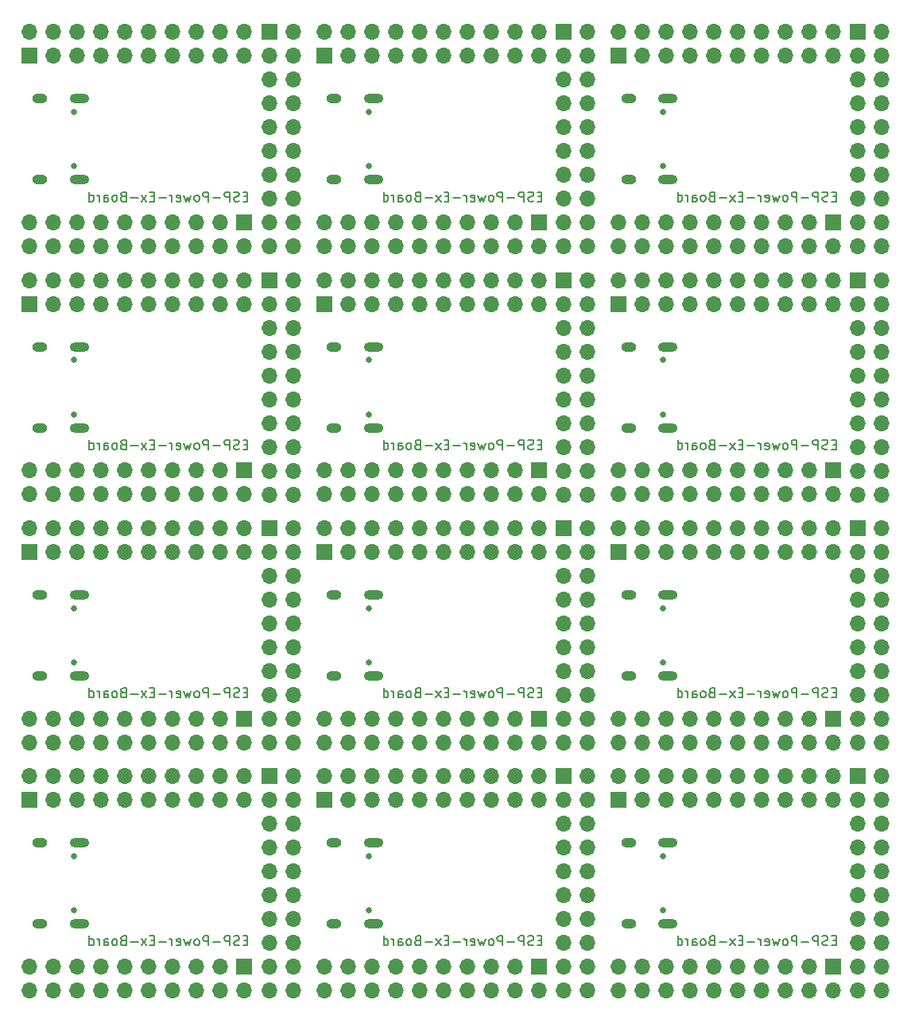
<source format=gbr>
%TF.GenerationSoftware,KiCad,Pcbnew,7.0.6*%
%TF.CreationDate,2023-09-22T02:01:45+08:00*%
%TF.ProjectId,power_ex_board_muti,706f7765-725f-4657-985f-626f6172645f,rev?*%
%TF.SameCoordinates,Original*%
%TF.FileFunction,Soldermask,Bot*%
%TF.FilePolarity,Negative*%
%FSLAX46Y46*%
G04 Gerber Fmt 4.6, Leading zero omitted, Abs format (unit mm)*
G04 Created by KiCad (PCBNEW 7.0.6) date 2023-09-22 02:01:45*
%MOMM*%
%LPD*%
G01*
G04 APERTURE LIST*
%ADD10C,0.152400*%
%ADD11R,1.700000X1.700000*%
%ADD12O,1.700000X1.700000*%
%ADD13C,0.650000*%
%ADD14O,2.100000X1.000000*%
%ADD15O,1.600000X1.000000*%
G04 APERTURE END LIST*
D10*
X87364032Y-19325345D02*
X87025365Y-19325345D01*
X86880222Y-19857535D02*
X87364032Y-19857535D01*
X87364032Y-19857535D02*
X87364032Y-18841535D01*
X87364032Y-18841535D02*
X86880222Y-18841535D01*
X86493175Y-19809155D02*
X86348032Y-19857535D01*
X86348032Y-19857535D02*
X86106127Y-19857535D01*
X86106127Y-19857535D02*
X86009365Y-19809155D01*
X86009365Y-19809155D02*
X85960984Y-19760774D01*
X85960984Y-19760774D02*
X85912603Y-19664012D01*
X85912603Y-19664012D02*
X85912603Y-19567250D01*
X85912603Y-19567250D02*
X85960984Y-19470488D01*
X85960984Y-19470488D02*
X86009365Y-19422107D01*
X86009365Y-19422107D02*
X86106127Y-19373726D01*
X86106127Y-19373726D02*
X86299651Y-19325345D01*
X86299651Y-19325345D02*
X86396413Y-19276964D01*
X86396413Y-19276964D02*
X86444794Y-19228583D01*
X86444794Y-19228583D02*
X86493175Y-19131821D01*
X86493175Y-19131821D02*
X86493175Y-19035059D01*
X86493175Y-19035059D02*
X86444794Y-18938297D01*
X86444794Y-18938297D02*
X86396413Y-18889916D01*
X86396413Y-18889916D02*
X86299651Y-18841535D01*
X86299651Y-18841535D02*
X86057746Y-18841535D01*
X86057746Y-18841535D02*
X85912603Y-18889916D01*
X85477175Y-19857535D02*
X85477175Y-18841535D01*
X85477175Y-18841535D02*
X85090127Y-18841535D01*
X85090127Y-18841535D02*
X84993365Y-18889916D01*
X84993365Y-18889916D02*
X84944984Y-18938297D01*
X84944984Y-18938297D02*
X84896603Y-19035059D01*
X84896603Y-19035059D02*
X84896603Y-19180202D01*
X84896603Y-19180202D02*
X84944984Y-19276964D01*
X84944984Y-19276964D02*
X84993365Y-19325345D01*
X84993365Y-19325345D02*
X85090127Y-19373726D01*
X85090127Y-19373726D02*
X85477175Y-19373726D01*
X84461175Y-19470488D02*
X83687080Y-19470488D01*
X83203270Y-19857535D02*
X83203270Y-18841535D01*
X83203270Y-18841535D02*
X82816222Y-18841535D01*
X82816222Y-18841535D02*
X82719460Y-18889916D01*
X82719460Y-18889916D02*
X82671079Y-18938297D01*
X82671079Y-18938297D02*
X82622698Y-19035059D01*
X82622698Y-19035059D02*
X82622698Y-19180202D01*
X82622698Y-19180202D02*
X82671079Y-19276964D01*
X82671079Y-19276964D02*
X82719460Y-19325345D01*
X82719460Y-19325345D02*
X82816222Y-19373726D01*
X82816222Y-19373726D02*
X83203270Y-19373726D01*
X82042127Y-19857535D02*
X82138889Y-19809155D01*
X82138889Y-19809155D02*
X82187270Y-19760774D01*
X82187270Y-19760774D02*
X82235651Y-19664012D01*
X82235651Y-19664012D02*
X82235651Y-19373726D01*
X82235651Y-19373726D02*
X82187270Y-19276964D01*
X82187270Y-19276964D02*
X82138889Y-19228583D01*
X82138889Y-19228583D02*
X82042127Y-19180202D01*
X82042127Y-19180202D02*
X81896984Y-19180202D01*
X81896984Y-19180202D02*
X81800222Y-19228583D01*
X81800222Y-19228583D02*
X81751841Y-19276964D01*
X81751841Y-19276964D02*
X81703460Y-19373726D01*
X81703460Y-19373726D02*
X81703460Y-19664012D01*
X81703460Y-19664012D02*
X81751841Y-19760774D01*
X81751841Y-19760774D02*
X81800222Y-19809155D01*
X81800222Y-19809155D02*
X81896984Y-19857535D01*
X81896984Y-19857535D02*
X82042127Y-19857535D01*
X81364794Y-19180202D02*
X81171270Y-19857535D01*
X81171270Y-19857535D02*
X80977746Y-19373726D01*
X80977746Y-19373726D02*
X80784222Y-19857535D01*
X80784222Y-19857535D02*
X80590698Y-19180202D01*
X79816603Y-19809155D02*
X79913365Y-19857535D01*
X79913365Y-19857535D02*
X80106889Y-19857535D01*
X80106889Y-19857535D02*
X80203651Y-19809155D01*
X80203651Y-19809155D02*
X80252032Y-19712393D01*
X80252032Y-19712393D02*
X80252032Y-19325345D01*
X80252032Y-19325345D02*
X80203651Y-19228583D01*
X80203651Y-19228583D02*
X80106889Y-19180202D01*
X80106889Y-19180202D02*
X79913365Y-19180202D01*
X79913365Y-19180202D02*
X79816603Y-19228583D01*
X79816603Y-19228583D02*
X79768222Y-19325345D01*
X79768222Y-19325345D02*
X79768222Y-19422107D01*
X79768222Y-19422107D02*
X80252032Y-19518869D01*
X79332794Y-19857535D02*
X79332794Y-19180202D01*
X79332794Y-19373726D02*
X79284413Y-19276964D01*
X79284413Y-19276964D02*
X79236032Y-19228583D01*
X79236032Y-19228583D02*
X79139270Y-19180202D01*
X79139270Y-19180202D02*
X79042508Y-19180202D01*
X78703842Y-19470488D02*
X77929747Y-19470488D01*
X77445937Y-19325345D02*
X77107270Y-19325345D01*
X76962127Y-19857535D02*
X77445937Y-19857535D01*
X77445937Y-19857535D02*
X77445937Y-18841535D01*
X77445937Y-18841535D02*
X76962127Y-18841535D01*
X76623461Y-19857535D02*
X76091270Y-19180202D01*
X76623461Y-19180202D02*
X76091270Y-19857535D01*
X75704223Y-19470488D02*
X74930128Y-19470488D01*
X74107651Y-19325345D02*
X73962508Y-19373726D01*
X73962508Y-19373726D02*
X73914127Y-19422107D01*
X73914127Y-19422107D02*
X73865746Y-19518869D01*
X73865746Y-19518869D02*
X73865746Y-19664012D01*
X73865746Y-19664012D02*
X73914127Y-19760774D01*
X73914127Y-19760774D02*
X73962508Y-19809155D01*
X73962508Y-19809155D02*
X74059270Y-19857535D01*
X74059270Y-19857535D02*
X74446318Y-19857535D01*
X74446318Y-19857535D02*
X74446318Y-18841535D01*
X74446318Y-18841535D02*
X74107651Y-18841535D01*
X74107651Y-18841535D02*
X74010889Y-18889916D01*
X74010889Y-18889916D02*
X73962508Y-18938297D01*
X73962508Y-18938297D02*
X73914127Y-19035059D01*
X73914127Y-19035059D02*
X73914127Y-19131821D01*
X73914127Y-19131821D02*
X73962508Y-19228583D01*
X73962508Y-19228583D02*
X74010889Y-19276964D01*
X74010889Y-19276964D02*
X74107651Y-19325345D01*
X74107651Y-19325345D02*
X74446318Y-19325345D01*
X73285175Y-19857535D02*
X73381937Y-19809155D01*
X73381937Y-19809155D02*
X73430318Y-19760774D01*
X73430318Y-19760774D02*
X73478699Y-19664012D01*
X73478699Y-19664012D02*
X73478699Y-19373726D01*
X73478699Y-19373726D02*
X73430318Y-19276964D01*
X73430318Y-19276964D02*
X73381937Y-19228583D01*
X73381937Y-19228583D02*
X73285175Y-19180202D01*
X73285175Y-19180202D02*
X73140032Y-19180202D01*
X73140032Y-19180202D02*
X73043270Y-19228583D01*
X73043270Y-19228583D02*
X72994889Y-19276964D01*
X72994889Y-19276964D02*
X72946508Y-19373726D01*
X72946508Y-19373726D02*
X72946508Y-19664012D01*
X72946508Y-19664012D02*
X72994889Y-19760774D01*
X72994889Y-19760774D02*
X73043270Y-19809155D01*
X73043270Y-19809155D02*
X73140032Y-19857535D01*
X73140032Y-19857535D02*
X73285175Y-19857535D01*
X72075651Y-19857535D02*
X72075651Y-19325345D01*
X72075651Y-19325345D02*
X72124032Y-19228583D01*
X72124032Y-19228583D02*
X72220794Y-19180202D01*
X72220794Y-19180202D02*
X72414318Y-19180202D01*
X72414318Y-19180202D02*
X72511080Y-19228583D01*
X72075651Y-19809155D02*
X72172413Y-19857535D01*
X72172413Y-19857535D02*
X72414318Y-19857535D01*
X72414318Y-19857535D02*
X72511080Y-19809155D01*
X72511080Y-19809155D02*
X72559461Y-19712393D01*
X72559461Y-19712393D02*
X72559461Y-19615631D01*
X72559461Y-19615631D02*
X72511080Y-19518869D01*
X72511080Y-19518869D02*
X72414318Y-19470488D01*
X72414318Y-19470488D02*
X72172413Y-19470488D01*
X72172413Y-19470488D02*
X72075651Y-19422107D01*
X71591842Y-19857535D02*
X71591842Y-19180202D01*
X71591842Y-19373726D02*
X71543461Y-19276964D01*
X71543461Y-19276964D02*
X71495080Y-19228583D01*
X71495080Y-19228583D02*
X71398318Y-19180202D01*
X71398318Y-19180202D02*
X71301556Y-19180202D01*
X70527461Y-19857535D02*
X70527461Y-18841535D01*
X70527461Y-19809155D02*
X70624223Y-19857535D01*
X70624223Y-19857535D02*
X70817747Y-19857535D01*
X70817747Y-19857535D02*
X70914509Y-19809155D01*
X70914509Y-19809155D02*
X70962890Y-19760774D01*
X70962890Y-19760774D02*
X71011271Y-19664012D01*
X71011271Y-19664012D02*
X71011271Y-19373726D01*
X71011271Y-19373726D02*
X70962890Y-19276964D01*
X70962890Y-19276964D02*
X70914509Y-19228583D01*
X70914509Y-19228583D02*
X70817747Y-19180202D01*
X70817747Y-19180202D02*
X70624223Y-19180202D01*
X70624223Y-19180202D02*
X70527461Y-19228583D01*
X56020432Y-19325345D02*
X55681765Y-19325345D01*
X55536622Y-19857535D02*
X56020432Y-19857535D01*
X56020432Y-19857535D02*
X56020432Y-18841535D01*
X56020432Y-18841535D02*
X55536622Y-18841535D01*
X55149575Y-19809155D02*
X55004432Y-19857535D01*
X55004432Y-19857535D02*
X54762527Y-19857535D01*
X54762527Y-19857535D02*
X54665765Y-19809155D01*
X54665765Y-19809155D02*
X54617384Y-19760774D01*
X54617384Y-19760774D02*
X54569003Y-19664012D01*
X54569003Y-19664012D02*
X54569003Y-19567250D01*
X54569003Y-19567250D02*
X54617384Y-19470488D01*
X54617384Y-19470488D02*
X54665765Y-19422107D01*
X54665765Y-19422107D02*
X54762527Y-19373726D01*
X54762527Y-19373726D02*
X54956051Y-19325345D01*
X54956051Y-19325345D02*
X55052813Y-19276964D01*
X55052813Y-19276964D02*
X55101194Y-19228583D01*
X55101194Y-19228583D02*
X55149575Y-19131821D01*
X55149575Y-19131821D02*
X55149575Y-19035059D01*
X55149575Y-19035059D02*
X55101194Y-18938297D01*
X55101194Y-18938297D02*
X55052813Y-18889916D01*
X55052813Y-18889916D02*
X54956051Y-18841535D01*
X54956051Y-18841535D02*
X54714146Y-18841535D01*
X54714146Y-18841535D02*
X54569003Y-18889916D01*
X54133575Y-19857535D02*
X54133575Y-18841535D01*
X54133575Y-18841535D02*
X53746527Y-18841535D01*
X53746527Y-18841535D02*
X53649765Y-18889916D01*
X53649765Y-18889916D02*
X53601384Y-18938297D01*
X53601384Y-18938297D02*
X53553003Y-19035059D01*
X53553003Y-19035059D02*
X53553003Y-19180202D01*
X53553003Y-19180202D02*
X53601384Y-19276964D01*
X53601384Y-19276964D02*
X53649765Y-19325345D01*
X53649765Y-19325345D02*
X53746527Y-19373726D01*
X53746527Y-19373726D02*
X54133575Y-19373726D01*
X53117575Y-19470488D02*
X52343480Y-19470488D01*
X51859670Y-19857535D02*
X51859670Y-18841535D01*
X51859670Y-18841535D02*
X51472622Y-18841535D01*
X51472622Y-18841535D02*
X51375860Y-18889916D01*
X51375860Y-18889916D02*
X51327479Y-18938297D01*
X51327479Y-18938297D02*
X51279098Y-19035059D01*
X51279098Y-19035059D02*
X51279098Y-19180202D01*
X51279098Y-19180202D02*
X51327479Y-19276964D01*
X51327479Y-19276964D02*
X51375860Y-19325345D01*
X51375860Y-19325345D02*
X51472622Y-19373726D01*
X51472622Y-19373726D02*
X51859670Y-19373726D01*
X50698527Y-19857535D02*
X50795289Y-19809155D01*
X50795289Y-19809155D02*
X50843670Y-19760774D01*
X50843670Y-19760774D02*
X50892051Y-19664012D01*
X50892051Y-19664012D02*
X50892051Y-19373726D01*
X50892051Y-19373726D02*
X50843670Y-19276964D01*
X50843670Y-19276964D02*
X50795289Y-19228583D01*
X50795289Y-19228583D02*
X50698527Y-19180202D01*
X50698527Y-19180202D02*
X50553384Y-19180202D01*
X50553384Y-19180202D02*
X50456622Y-19228583D01*
X50456622Y-19228583D02*
X50408241Y-19276964D01*
X50408241Y-19276964D02*
X50359860Y-19373726D01*
X50359860Y-19373726D02*
X50359860Y-19664012D01*
X50359860Y-19664012D02*
X50408241Y-19760774D01*
X50408241Y-19760774D02*
X50456622Y-19809155D01*
X50456622Y-19809155D02*
X50553384Y-19857535D01*
X50553384Y-19857535D02*
X50698527Y-19857535D01*
X50021194Y-19180202D02*
X49827670Y-19857535D01*
X49827670Y-19857535D02*
X49634146Y-19373726D01*
X49634146Y-19373726D02*
X49440622Y-19857535D01*
X49440622Y-19857535D02*
X49247098Y-19180202D01*
X48473003Y-19809155D02*
X48569765Y-19857535D01*
X48569765Y-19857535D02*
X48763289Y-19857535D01*
X48763289Y-19857535D02*
X48860051Y-19809155D01*
X48860051Y-19809155D02*
X48908432Y-19712393D01*
X48908432Y-19712393D02*
X48908432Y-19325345D01*
X48908432Y-19325345D02*
X48860051Y-19228583D01*
X48860051Y-19228583D02*
X48763289Y-19180202D01*
X48763289Y-19180202D02*
X48569765Y-19180202D01*
X48569765Y-19180202D02*
X48473003Y-19228583D01*
X48473003Y-19228583D02*
X48424622Y-19325345D01*
X48424622Y-19325345D02*
X48424622Y-19422107D01*
X48424622Y-19422107D02*
X48908432Y-19518869D01*
X47989194Y-19857535D02*
X47989194Y-19180202D01*
X47989194Y-19373726D02*
X47940813Y-19276964D01*
X47940813Y-19276964D02*
X47892432Y-19228583D01*
X47892432Y-19228583D02*
X47795670Y-19180202D01*
X47795670Y-19180202D02*
X47698908Y-19180202D01*
X47360242Y-19470488D02*
X46586147Y-19470488D01*
X46102337Y-19325345D02*
X45763670Y-19325345D01*
X45618527Y-19857535D02*
X46102337Y-19857535D01*
X46102337Y-19857535D02*
X46102337Y-18841535D01*
X46102337Y-18841535D02*
X45618527Y-18841535D01*
X45279861Y-19857535D02*
X44747670Y-19180202D01*
X45279861Y-19180202D02*
X44747670Y-19857535D01*
X44360623Y-19470488D02*
X43586528Y-19470488D01*
X42764051Y-19325345D02*
X42618908Y-19373726D01*
X42618908Y-19373726D02*
X42570527Y-19422107D01*
X42570527Y-19422107D02*
X42522146Y-19518869D01*
X42522146Y-19518869D02*
X42522146Y-19664012D01*
X42522146Y-19664012D02*
X42570527Y-19760774D01*
X42570527Y-19760774D02*
X42618908Y-19809155D01*
X42618908Y-19809155D02*
X42715670Y-19857535D01*
X42715670Y-19857535D02*
X43102718Y-19857535D01*
X43102718Y-19857535D02*
X43102718Y-18841535D01*
X43102718Y-18841535D02*
X42764051Y-18841535D01*
X42764051Y-18841535D02*
X42667289Y-18889916D01*
X42667289Y-18889916D02*
X42618908Y-18938297D01*
X42618908Y-18938297D02*
X42570527Y-19035059D01*
X42570527Y-19035059D02*
X42570527Y-19131821D01*
X42570527Y-19131821D02*
X42618908Y-19228583D01*
X42618908Y-19228583D02*
X42667289Y-19276964D01*
X42667289Y-19276964D02*
X42764051Y-19325345D01*
X42764051Y-19325345D02*
X43102718Y-19325345D01*
X41941575Y-19857535D02*
X42038337Y-19809155D01*
X42038337Y-19809155D02*
X42086718Y-19760774D01*
X42086718Y-19760774D02*
X42135099Y-19664012D01*
X42135099Y-19664012D02*
X42135099Y-19373726D01*
X42135099Y-19373726D02*
X42086718Y-19276964D01*
X42086718Y-19276964D02*
X42038337Y-19228583D01*
X42038337Y-19228583D02*
X41941575Y-19180202D01*
X41941575Y-19180202D02*
X41796432Y-19180202D01*
X41796432Y-19180202D02*
X41699670Y-19228583D01*
X41699670Y-19228583D02*
X41651289Y-19276964D01*
X41651289Y-19276964D02*
X41602908Y-19373726D01*
X41602908Y-19373726D02*
X41602908Y-19664012D01*
X41602908Y-19664012D02*
X41651289Y-19760774D01*
X41651289Y-19760774D02*
X41699670Y-19809155D01*
X41699670Y-19809155D02*
X41796432Y-19857535D01*
X41796432Y-19857535D02*
X41941575Y-19857535D01*
X40732051Y-19857535D02*
X40732051Y-19325345D01*
X40732051Y-19325345D02*
X40780432Y-19228583D01*
X40780432Y-19228583D02*
X40877194Y-19180202D01*
X40877194Y-19180202D02*
X41070718Y-19180202D01*
X41070718Y-19180202D02*
X41167480Y-19228583D01*
X40732051Y-19809155D02*
X40828813Y-19857535D01*
X40828813Y-19857535D02*
X41070718Y-19857535D01*
X41070718Y-19857535D02*
X41167480Y-19809155D01*
X41167480Y-19809155D02*
X41215861Y-19712393D01*
X41215861Y-19712393D02*
X41215861Y-19615631D01*
X41215861Y-19615631D02*
X41167480Y-19518869D01*
X41167480Y-19518869D02*
X41070718Y-19470488D01*
X41070718Y-19470488D02*
X40828813Y-19470488D01*
X40828813Y-19470488D02*
X40732051Y-19422107D01*
X40248242Y-19857535D02*
X40248242Y-19180202D01*
X40248242Y-19373726D02*
X40199861Y-19276964D01*
X40199861Y-19276964D02*
X40151480Y-19228583D01*
X40151480Y-19228583D02*
X40054718Y-19180202D01*
X40054718Y-19180202D02*
X39957956Y-19180202D01*
X39183861Y-19857535D02*
X39183861Y-18841535D01*
X39183861Y-19809155D02*
X39280623Y-19857535D01*
X39280623Y-19857535D02*
X39474147Y-19857535D01*
X39474147Y-19857535D02*
X39570909Y-19809155D01*
X39570909Y-19809155D02*
X39619290Y-19760774D01*
X39619290Y-19760774D02*
X39667671Y-19664012D01*
X39667671Y-19664012D02*
X39667671Y-19373726D01*
X39667671Y-19373726D02*
X39619290Y-19276964D01*
X39619290Y-19276964D02*
X39570909Y-19228583D01*
X39570909Y-19228583D02*
X39474147Y-19180202D01*
X39474147Y-19180202D02*
X39280623Y-19180202D01*
X39280623Y-19180202D02*
X39183861Y-19228583D01*
X87364032Y-72208145D02*
X87025365Y-72208145D01*
X86880222Y-72740335D02*
X87364032Y-72740335D01*
X87364032Y-72740335D02*
X87364032Y-71724335D01*
X87364032Y-71724335D02*
X86880222Y-71724335D01*
X86493175Y-72691955D02*
X86348032Y-72740335D01*
X86348032Y-72740335D02*
X86106127Y-72740335D01*
X86106127Y-72740335D02*
X86009365Y-72691955D01*
X86009365Y-72691955D02*
X85960984Y-72643574D01*
X85960984Y-72643574D02*
X85912603Y-72546812D01*
X85912603Y-72546812D02*
X85912603Y-72450050D01*
X85912603Y-72450050D02*
X85960984Y-72353288D01*
X85960984Y-72353288D02*
X86009365Y-72304907D01*
X86009365Y-72304907D02*
X86106127Y-72256526D01*
X86106127Y-72256526D02*
X86299651Y-72208145D01*
X86299651Y-72208145D02*
X86396413Y-72159764D01*
X86396413Y-72159764D02*
X86444794Y-72111383D01*
X86444794Y-72111383D02*
X86493175Y-72014621D01*
X86493175Y-72014621D02*
X86493175Y-71917859D01*
X86493175Y-71917859D02*
X86444794Y-71821097D01*
X86444794Y-71821097D02*
X86396413Y-71772716D01*
X86396413Y-71772716D02*
X86299651Y-71724335D01*
X86299651Y-71724335D02*
X86057746Y-71724335D01*
X86057746Y-71724335D02*
X85912603Y-71772716D01*
X85477175Y-72740335D02*
X85477175Y-71724335D01*
X85477175Y-71724335D02*
X85090127Y-71724335D01*
X85090127Y-71724335D02*
X84993365Y-71772716D01*
X84993365Y-71772716D02*
X84944984Y-71821097D01*
X84944984Y-71821097D02*
X84896603Y-71917859D01*
X84896603Y-71917859D02*
X84896603Y-72063002D01*
X84896603Y-72063002D02*
X84944984Y-72159764D01*
X84944984Y-72159764D02*
X84993365Y-72208145D01*
X84993365Y-72208145D02*
X85090127Y-72256526D01*
X85090127Y-72256526D02*
X85477175Y-72256526D01*
X84461175Y-72353288D02*
X83687080Y-72353288D01*
X83203270Y-72740335D02*
X83203270Y-71724335D01*
X83203270Y-71724335D02*
X82816222Y-71724335D01*
X82816222Y-71724335D02*
X82719460Y-71772716D01*
X82719460Y-71772716D02*
X82671079Y-71821097D01*
X82671079Y-71821097D02*
X82622698Y-71917859D01*
X82622698Y-71917859D02*
X82622698Y-72063002D01*
X82622698Y-72063002D02*
X82671079Y-72159764D01*
X82671079Y-72159764D02*
X82719460Y-72208145D01*
X82719460Y-72208145D02*
X82816222Y-72256526D01*
X82816222Y-72256526D02*
X83203270Y-72256526D01*
X82042127Y-72740335D02*
X82138889Y-72691955D01*
X82138889Y-72691955D02*
X82187270Y-72643574D01*
X82187270Y-72643574D02*
X82235651Y-72546812D01*
X82235651Y-72546812D02*
X82235651Y-72256526D01*
X82235651Y-72256526D02*
X82187270Y-72159764D01*
X82187270Y-72159764D02*
X82138889Y-72111383D01*
X82138889Y-72111383D02*
X82042127Y-72063002D01*
X82042127Y-72063002D02*
X81896984Y-72063002D01*
X81896984Y-72063002D02*
X81800222Y-72111383D01*
X81800222Y-72111383D02*
X81751841Y-72159764D01*
X81751841Y-72159764D02*
X81703460Y-72256526D01*
X81703460Y-72256526D02*
X81703460Y-72546812D01*
X81703460Y-72546812D02*
X81751841Y-72643574D01*
X81751841Y-72643574D02*
X81800222Y-72691955D01*
X81800222Y-72691955D02*
X81896984Y-72740335D01*
X81896984Y-72740335D02*
X82042127Y-72740335D01*
X81364794Y-72063002D02*
X81171270Y-72740335D01*
X81171270Y-72740335D02*
X80977746Y-72256526D01*
X80977746Y-72256526D02*
X80784222Y-72740335D01*
X80784222Y-72740335D02*
X80590698Y-72063002D01*
X79816603Y-72691955D02*
X79913365Y-72740335D01*
X79913365Y-72740335D02*
X80106889Y-72740335D01*
X80106889Y-72740335D02*
X80203651Y-72691955D01*
X80203651Y-72691955D02*
X80252032Y-72595193D01*
X80252032Y-72595193D02*
X80252032Y-72208145D01*
X80252032Y-72208145D02*
X80203651Y-72111383D01*
X80203651Y-72111383D02*
X80106889Y-72063002D01*
X80106889Y-72063002D02*
X79913365Y-72063002D01*
X79913365Y-72063002D02*
X79816603Y-72111383D01*
X79816603Y-72111383D02*
X79768222Y-72208145D01*
X79768222Y-72208145D02*
X79768222Y-72304907D01*
X79768222Y-72304907D02*
X80252032Y-72401669D01*
X79332794Y-72740335D02*
X79332794Y-72063002D01*
X79332794Y-72256526D02*
X79284413Y-72159764D01*
X79284413Y-72159764D02*
X79236032Y-72111383D01*
X79236032Y-72111383D02*
X79139270Y-72063002D01*
X79139270Y-72063002D02*
X79042508Y-72063002D01*
X78703842Y-72353288D02*
X77929747Y-72353288D01*
X77445937Y-72208145D02*
X77107270Y-72208145D01*
X76962127Y-72740335D02*
X77445937Y-72740335D01*
X77445937Y-72740335D02*
X77445937Y-71724335D01*
X77445937Y-71724335D02*
X76962127Y-71724335D01*
X76623461Y-72740335D02*
X76091270Y-72063002D01*
X76623461Y-72063002D02*
X76091270Y-72740335D01*
X75704223Y-72353288D02*
X74930128Y-72353288D01*
X74107651Y-72208145D02*
X73962508Y-72256526D01*
X73962508Y-72256526D02*
X73914127Y-72304907D01*
X73914127Y-72304907D02*
X73865746Y-72401669D01*
X73865746Y-72401669D02*
X73865746Y-72546812D01*
X73865746Y-72546812D02*
X73914127Y-72643574D01*
X73914127Y-72643574D02*
X73962508Y-72691955D01*
X73962508Y-72691955D02*
X74059270Y-72740335D01*
X74059270Y-72740335D02*
X74446318Y-72740335D01*
X74446318Y-72740335D02*
X74446318Y-71724335D01*
X74446318Y-71724335D02*
X74107651Y-71724335D01*
X74107651Y-71724335D02*
X74010889Y-71772716D01*
X74010889Y-71772716D02*
X73962508Y-71821097D01*
X73962508Y-71821097D02*
X73914127Y-71917859D01*
X73914127Y-71917859D02*
X73914127Y-72014621D01*
X73914127Y-72014621D02*
X73962508Y-72111383D01*
X73962508Y-72111383D02*
X74010889Y-72159764D01*
X74010889Y-72159764D02*
X74107651Y-72208145D01*
X74107651Y-72208145D02*
X74446318Y-72208145D01*
X73285175Y-72740335D02*
X73381937Y-72691955D01*
X73381937Y-72691955D02*
X73430318Y-72643574D01*
X73430318Y-72643574D02*
X73478699Y-72546812D01*
X73478699Y-72546812D02*
X73478699Y-72256526D01*
X73478699Y-72256526D02*
X73430318Y-72159764D01*
X73430318Y-72159764D02*
X73381937Y-72111383D01*
X73381937Y-72111383D02*
X73285175Y-72063002D01*
X73285175Y-72063002D02*
X73140032Y-72063002D01*
X73140032Y-72063002D02*
X73043270Y-72111383D01*
X73043270Y-72111383D02*
X72994889Y-72159764D01*
X72994889Y-72159764D02*
X72946508Y-72256526D01*
X72946508Y-72256526D02*
X72946508Y-72546812D01*
X72946508Y-72546812D02*
X72994889Y-72643574D01*
X72994889Y-72643574D02*
X73043270Y-72691955D01*
X73043270Y-72691955D02*
X73140032Y-72740335D01*
X73140032Y-72740335D02*
X73285175Y-72740335D01*
X72075651Y-72740335D02*
X72075651Y-72208145D01*
X72075651Y-72208145D02*
X72124032Y-72111383D01*
X72124032Y-72111383D02*
X72220794Y-72063002D01*
X72220794Y-72063002D02*
X72414318Y-72063002D01*
X72414318Y-72063002D02*
X72511080Y-72111383D01*
X72075651Y-72691955D02*
X72172413Y-72740335D01*
X72172413Y-72740335D02*
X72414318Y-72740335D01*
X72414318Y-72740335D02*
X72511080Y-72691955D01*
X72511080Y-72691955D02*
X72559461Y-72595193D01*
X72559461Y-72595193D02*
X72559461Y-72498431D01*
X72559461Y-72498431D02*
X72511080Y-72401669D01*
X72511080Y-72401669D02*
X72414318Y-72353288D01*
X72414318Y-72353288D02*
X72172413Y-72353288D01*
X72172413Y-72353288D02*
X72075651Y-72304907D01*
X71591842Y-72740335D02*
X71591842Y-72063002D01*
X71591842Y-72256526D02*
X71543461Y-72159764D01*
X71543461Y-72159764D02*
X71495080Y-72111383D01*
X71495080Y-72111383D02*
X71398318Y-72063002D01*
X71398318Y-72063002D02*
X71301556Y-72063002D01*
X70527461Y-72740335D02*
X70527461Y-71724335D01*
X70527461Y-72691955D02*
X70624223Y-72740335D01*
X70624223Y-72740335D02*
X70817747Y-72740335D01*
X70817747Y-72740335D02*
X70914509Y-72691955D01*
X70914509Y-72691955D02*
X70962890Y-72643574D01*
X70962890Y-72643574D02*
X71011271Y-72546812D01*
X71011271Y-72546812D02*
X71011271Y-72256526D01*
X71011271Y-72256526D02*
X70962890Y-72159764D01*
X70962890Y-72159764D02*
X70914509Y-72111383D01*
X70914509Y-72111383D02*
X70817747Y-72063002D01*
X70817747Y-72063002D02*
X70624223Y-72063002D01*
X70624223Y-72063002D02*
X70527461Y-72111383D01*
X24676832Y-19325345D02*
X24338165Y-19325345D01*
X24193022Y-19857535D02*
X24676832Y-19857535D01*
X24676832Y-19857535D02*
X24676832Y-18841535D01*
X24676832Y-18841535D02*
X24193022Y-18841535D01*
X23805975Y-19809155D02*
X23660832Y-19857535D01*
X23660832Y-19857535D02*
X23418927Y-19857535D01*
X23418927Y-19857535D02*
X23322165Y-19809155D01*
X23322165Y-19809155D02*
X23273784Y-19760774D01*
X23273784Y-19760774D02*
X23225403Y-19664012D01*
X23225403Y-19664012D02*
X23225403Y-19567250D01*
X23225403Y-19567250D02*
X23273784Y-19470488D01*
X23273784Y-19470488D02*
X23322165Y-19422107D01*
X23322165Y-19422107D02*
X23418927Y-19373726D01*
X23418927Y-19373726D02*
X23612451Y-19325345D01*
X23612451Y-19325345D02*
X23709213Y-19276964D01*
X23709213Y-19276964D02*
X23757594Y-19228583D01*
X23757594Y-19228583D02*
X23805975Y-19131821D01*
X23805975Y-19131821D02*
X23805975Y-19035059D01*
X23805975Y-19035059D02*
X23757594Y-18938297D01*
X23757594Y-18938297D02*
X23709213Y-18889916D01*
X23709213Y-18889916D02*
X23612451Y-18841535D01*
X23612451Y-18841535D02*
X23370546Y-18841535D01*
X23370546Y-18841535D02*
X23225403Y-18889916D01*
X22789975Y-19857535D02*
X22789975Y-18841535D01*
X22789975Y-18841535D02*
X22402927Y-18841535D01*
X22402927Y-18841535D02*
X22306165Y-18889916D01*
X22306165Y-18889916D02*
X22257784Y-18938297D01*
X22257784Y-18938297D02*
X22209403Y-19035059D01*
X22209403Y-19035059D02*
X22209403Y-19180202D01*
X22209403Y-19180202D02*
X22257784Y-19276964D01*
X22257784Y-19276964D02*
X22306165Y-19325345D01*
X22306165Y-19325345D02*
X22402927Y-19373726D01*
X22402927Y-19373726D02*
X22789975Y-19373726D01*
X21773975Y-19470488D02*
X20999880Y-19470488D01*
X20516070Y-19857535D02*
X20516070Y-18841535D01*
X20516070Y-18841535D02*
X20129022Y-18841535D01*
X20129022Y-18841535D02*
X20032260Y-18889916D01*
X20032260Y-18889916D02*
X19983879Y-18938297D01*
X19983879Y-18938297D02*
X19935498Y-19035059D01*
X19935498Y-19035059D02*
X19935498Y-19180202D01*
X19935498Y-19180202D02*
X19983879Y-19276964D01*
X19983879Y-19276964D02*
X20032260Y-19325345D01*
X20032260Y-19325345D02*
X20129022Y-19373726D01*
X20129022Y-19373726D02*
X20516070Y-19373726D01*
X19354927Y-19857535D02*
X19451689Y-19809155D01*
X19451689Y-19809155D02*
X19500070Y-19760774D01*
X19500070Y-19760774D02*
X19548451Y-19664012D01*
X19548451Y-19664012D02*
X19548451Y-19373726D01*
X19548451Y-19373726D02*
X19500070Y-19276964D01*
X19500070Y-19276964D02*
X19451689Y-19228583D01*
X19451689Y-19228583D02*
X19354927Y-19180202D01*
X19354927Y-19180202D02*
X19209784Y-19180202D01*
X19209784Y-19180202D02*
X19113022Y-19228583D01*
X19113022Y-19228583D02*
X19064641Y-19276964D01*
X19064641Y-19276964D02*
X19016260Y-19373726D01*
X19016260Y-19373726D02*
X19016260Y-19664012D01*
X19016260Y-19664012D02*
X19064641Y-19760774D01*
X19064641Y-19760774D02*
X19113022Y-19809155D01*
X19113022Y-19809155D02*
X19209784Y-19857535D01*
X19209784Y-19857535D02*
X19354927Y-19857535D01*
X18677594Y-19180202D02*
X18484070Y-19857535D01*
X18484070Y-19857535D02*
X18290546Y-19373726D01*
X18290546Y-19373726D02*
X18097022Y-19857535D01*
X18097022Y-19857535D02*
X17903498Y-19180202D01*
X17129403Y-19809155D02*
X17226165Y-19857535D01*
X17226165Y-19857535D02*
X17419689Y-19857535D01*
X17419689Y-19857535D02*
X17516451Y-19809155D01*
X17516451Y-19809155D02*
X17564832Y-19712393D01*
X17564832Y-19712393D02*
X17564832Y-19325345D01*
X17564832Y-19325345D02*
X17516451Y-19228583D01*
X17516451Y-19228583D02*
X17419689Y-19180202D01*
X17419689Y-19180202D02*
X17226165Y-19180202D01*
X17226165Y-19180202D02*
X17129403Y-19228583D01*
X17129403Y-19228583D02*
X17081022Y-19325345D01*
X17081022Y-19325345D02*
X17081022Y-19422107D01*
X17081022Y-19422107D02*
X17564832Y-19518869D01*
X16645594Y-19857535D02*
X16645594Y-19180202D01*
X16645594Y-19373726D02*
X16597213Y-19276964D01*
X16597213Y-19276964D02*
X16548832Y-19228583D01*
X16548832Y-19228583D02*
X16452070Y-19180202D01*
X16452070Y-19180202D02*
X16355308Y-19180202D01*
X16016642Y-19470488D02*
X15242547Y-19470488D01*
X14758737Y-19325345D02*
X14420070Y-19325345D01*
X14274927Y-19857535D02*
X14758737Y-19857535D01*
X14758737Y-19857535D02*
X14758737Y-18841535D01*
X14758737Y-18841535D02*
X14274927Y-18841535D01*
X13936261Y-19857535D02*
X13404070Y-19180202D01*
X13936261Y-19180202D02*
X13404070Y-19857535D01*
X13017023Y-19470488D02*
X12242928Y-19470488D01*
X11420451Y-19325345D02*
X11275308Y-19373726D01*
X11275308Y-19373726D02*
X11226927Y-19422107D01*
X11226927Y-19422107D02*
X11178546Y-19518869D01*
X11178546Y-19518869D02*
X11178546Y-19664012D01*
X11178546Y-19664012D02*
X11226927Y-19760774D01*
X11226927Y-19760774D02*
X11275308Y-19809155D01*
X11275308Y-19809155D02*
X11372070Y-19857535D01*
X11372070Y-19857535D02*
X11759118Y-19857535D01*
X11759118Y-19857535D02*
X11759118Y-18841535D01*
X11759118Y-18841535D02*
X11420451Y-18841535D01*
X11420451Y-18841535D02*
X11323689Y-18889916D01*
X11323689Y-18889916D02*
X11275308Y-18938297D01*
X11275308Y-18938297D02*
X11226927Y-19035059D01*
X11226927Y-19035059D02*
X11226927Y-19131821D01*
X11226927Y-19131821D02*
X11275308Y-19228583D01*
X11275308Y-19228583D02*
X11323689Y-19276964D01*
X11323689Y-19276964D02*
X11420451Y-19325345D01*
X11420451Y-19325345D02*
X11759118Y-19325345D01*
X10597975Y-19857535D02*
X10694737Y-19809155D01*
X10694737Y-19809155D02*
X10743118Y-19760774D01*
X10743118Y-19760774D02*
X10791499Y-19664012D01*
X10791499Y-19664012D02*
X10791499Y-19373726D01*
X10791499Y-19373726D02*
X10743118Y-19276964D01*
X10743118Y-19276964D02*
X10694737Y-19228583D01*
X10694737Y-19228583D02*
X10597975Y-19180202D01*
X10597975Y-19180202D02*
X10452832Y-19180202D01*
X10452832Y-19180202D02*
X10356070Y-19228583D01*
X10356070Y-19228583D02*
X10307689Y-19276964D01*
X10307689Y-19276964D02*
X10259308Y-19373726D01*
X10259308Y-19373726D02*
X10259308Y-19664012D01*
X10259308Y-19664012D02*
X10307689Y-19760774D01*
X10307689Y-19760774D02*
X10356070Y-19809155D01*
X10356070Y-19809155D02*
X10452832Y-19857535D01*
X10452832Y-19857535D02*
X10597975Y-19857535D01*
X9388451Y-19857535D02*
X9388451Y-19325345D01*
X9388451Y-19325345D02*
X9436832Y-19228583D01*
X9436832Y-19228583D02*
X9533594Y-19180202D01*
X9533594Y-19180202D02*
X9727118Y-19180202D01*
X9727118Y-19180202D02*
X9823880Y-19228583D01*
X9388451Y-19809155D02*
X9485213Y-19857535D01*
X9485213Y-19857535D02*
X9727118Y-19857535D01*
X9727118Y-19857535D02*
X9823880Y-19809155D01*
X9823880Y-19809155D02*
X9872261Y-19712393D01*
X9872261Y-19712393D02*
X9872261Y-19615631D01*
X9872261Y-19615631D02*
X9823880Y-19518869D01*
X9823880Y-19518869D02*
X9727118Y-19470488D01*
X9727118Y-19470488D02*
X9485213Y-19470488D01*
X9485213Y-19470488D02*
X9388451Y-19422107D01*
X8904642Y-19857535D02*
X8904642Y-19180202D01*
X8904642Y-19373726D02*
X8856261Y-19276964D01*
X8856261Y-19276964D02*
X8807880Y-19228583D01*
X8807880Y-19228583D02*
X8711118Y-19180202D01*
X8711118Y-19180202D02*
X8614356Y-19180202D01*
X7840261Y-19857535D02*
X7840261Y-18841535D01*
X7840261Y-19809155D02*
X7937023Y-19857535D01*
X7937023Y-19857535D02*
X8130547Y-19857535D01*
X8130547Y-19857535D02*
X8227309Y-19809155D01*
X8227309Y-19809155D02*
X8275690Y-19760774D01*
X8275690Y-19760774D02*
X8324071Y-19664012D01*
X8324071Y-19664012D02*
X8324071Y-19373726D01*
X8324071Y-19373726D02*
X8275690Y-19276964D01*
X8275690Y-19276964D02*
X8227309Y-19228583D01*
X8227309Y-19228583D02*
X8130547Y-19180202D01*
X8130547Y-19180202D02*
X7937023Y-19180202D01*
X7937023Y-19180202D02*
X7840261Y-19228583D01*
X56020432Y-98649545D02*
X55681765Y-98649545D01*
X55536622Y-99181735D02*
X56020432Y-99181735D01*
X56020432Y-99181735D02*
X56020432Y-98165735D01*
X56020432Y-98165735D02*
X55536622Y-98165735D01*
X55149575Y-99133355D02*
X55004432Y-99181735D01*
X55004432Y-99181735D02*
X54762527Y-99181735D01*
X54762527Y-99181735D02*
X54665765Y-99133355D01*
X54665765Y-99133355D02*
X54617384Y-99084974D01*
X54617384Y-99084974D02*
X54569003Y-98988212D01*
X54569003Y-98988212D02*
X54569003Y-98891450D01*
X54569003Y-98891450D02*
X54617384Y-98794688D01*
X54617384Y-98794688D02*
X54665765Y-98746307D01*
X54665765Y-98746307D02*
X54762527Y-98697926D01*
X54762527Y-98697926D02*
X54956051Y-98649545D01*
X54956051Y-98649545D02*
X55052813Y-98601164D01*
X55052813Y-98601164D02*
X55101194Y-98552783D01*
X55101194Y-98552783D02*
X55149575Y-98456021D01*
X55149575Y-98456021D02*
X55149575Y-98359259D01*
X55149575Y-98359259D02*
X55101194Y-98262497D01*
X55101194Y-98262497D02*
X55052813Y-98214116D01*
X55052813Y-98214116D02*
X54956051Y-98165735D01*
X54956051Y-98165735D02*
X54714146Y-98165735D01*
X54714146Y-98165735D02*
X54569003Y-98214116D01*
X54133575Y-99181735D02*
X54133575Y-98165735D01*
X54133575Y-98165735D02*
X53746527Y-98165735D01*
X53746527Y-98165735D02*
X53649765Y-98214116D01*
X53649765Y-98214116D02*
X53601384Y-98262497D01*
X53601384Y-98262497D02*
X53553003Y-98359259D01*
X53553003Y-98359259D02*
X53553003Y-98504402D01*
X53553003Y-98504402D02*
X53601384Y-98601164D01*
X53601384Y-98601164D02*
X53649765Y-98649545D01*
X53649765Y-98649545D02*
X53746527Y-98697926D01*
X53746527Y-98697926D02*
X54133575Y-98697926D01*
X53117575Y-98794688D02*
X52343480Y-98794688D01*
X51859670Y-99181735D02*
X51859670Y-98165735D01*
X51859670Y-98165735D02*
X51472622Y-98165735D01*
X51472622Y-98165735D02*
X51375860Y-98214116D01*
X51375860Y-98214116D02*
X51327479Y-98262497D01*
X51327479Y-98262497D02*
X51279098Y-98359259D01*
X51279098Y-98359259D02*
X51279098Y-98504402D01*
X51279098Y-98504402D02*
X51327479Y-98601164D01*
X51327479Y-98601164D02*
X51375860Y-98649545D01*
X51375860Y-98649545D02*
X51472622Y-98697926D01*
X51472622Y-98697926D02*
X51859670Y-98697926D01*
X50698527Y-99181735D02*
X50795289Y-99133355D01*
X50795289Y-99133355D02*
X50843670Y-99084974D01*
X50843670Y-99084974D02*
X50892051Y-98988212D01*
X50892051Y-98988212D02*
X50892051Y-98697926D01*
X50892051Y-98697926D02*
X50843670Y-98601164D01*
X50843670Y-98601164D02*
X50795289Y-98552783D01*
X50795289Y-98552783D02*
X50698527Y-98504402D01*
X50698527Y-98504402D02*
X50553384Y-98504402D01*
X50553384Y-98504402D02*
X50456622Y-98552783D01*
X50456622Y-98552783D02*
X50408241Y-98601164D01*
X50408241Y-98601164D02*
X50359860Y-98697926D01*
X50359860Y-98697926D02*
X50359860Y-98988212D01*
X50359860Y-98988212D02*
X50408241Y-99084974D01*
X50408241Y-99084974D02*
X50456622Y-99133355D01*
X50456622Y-99133355D02*
X50553384Y-99181735D01*
X50553384Y-99181735D02*
X50698527Y-99181735D01*
X50021194Y-98504402D02*
X49827670Y-99181735D01*
X49827670Y-99181735D02*
X49634146Y-98697926D01*
X49634146Y-98697926D02*
X49440622Y-99181735D01*
X49440622Y-99181735D02*
X49247098Y-98504402D01*
X48473003Y-99133355D02*
X48569765Y-99181735D01*
X48569765Y-99181735D02*
X48763289Y-99181735D01*
X48763289Y-99181735D02*
X48860051Y-99133355D01*
X48860051Y-99133355D02*
X48908432Y-99036593D01*
X48908432Y-99036593D02*
X48908432Y-98649545D01*
X48908432Y-98649545D02*
X48860051Y-98552783D01*
X48860051Y-98552783D02*
X48763289Y-98504402D01*
X48763289Y-98504402D02*
X48569765Y-98504402D01*
X48569765Y-98504402D02*
X48473003Y-98552783D01*
X48473003Y-98552783D02*
X48424622Y-98649545D01*
X48424622Y-98649545D02*
X48424622Y-98746307D01*
X48424622Y-98746307D02*
X48908432Y-98843069D01*
X47989194Y-99181735D02*
X47989194Y-98504402D01*
X47989194Y-98697926D02*
X47940813Y-98601164D01*
X47940813Y-98601164D02*
X47892432Y-98552783D01*
X47892432Y-98552783D02*
X47795670Y-98504402D01*
X47795670Y-98504402D02*
X47698908Y-98504402D01*
X47360242Y-98794688D02*
X46586147Y-98794688D01*
X46102337Y-98649545D02*
X45763670Y-98649545D01*
X45618527Y-99181735D02*
X46102337Y-99181735D01*
X46102337Y-99181735D02*
X46102337Y-98165735D01*
X46102337Y-98165735D02*
X45618527Y-98165735D01*
X45279861Y-99181735D02*
X44747670Y-98504402D01*
X45279861Y-98504402D02*
X44747670Y-99181735D01*
X44360623Y-98794688D02*
X43586528Y-98794688D01*
X42764051Y-98649545D02*
X42618908Y-98697926D01*
X42618908Y-98697926D02*
X42570527Y-98746307D01*
X42570527Y-98746307D02*
X42522146Y-98843069D01*
X42522146Y-98843069D02*
X42522146Y-98988212D01*
X42522146Y-98988212D02*
X42570527Y-99084974D01*
X42570527Y-99084974D02*
X42618908Y-99133355D01*
X42618908Y-99133355D02*
X42715670Y-99181735D01*
X42715670Y-99181735D02*
X43102718Y-99181735D01*
X43102718Y-99181735D02*
X43102718Y-98165735D01*
X43102718Y-98165735D02*
X42764051Y-98165735D01*
X42764051Y-98165735D02*
X42667289Y-98214116D01*
X42667289Y-98214116D02*
X42618908Y-98262497D01*
X42618908Y-98262497D02*
X42570527Y-98359259D01*
X42570527Y-98359259D02*
X42570527Y-98456021D01*
X42570527Y-98456021D02*
X42618908Y-98552783D01*
X42618908Y-98552783D02*
X42667289Y-98601164D01*
X42667289Y-98601164D02*
X42764051Y-98649545D01*
X42764051Y-98649545D02*
X43102718Y-98649545D01*
X41941575Y-99181735D02*
X42038337Y-99133355D01*
X42038337Y-99133355D02*
X42086718Y-99084974D01*
X42086718Y-99084974D02*
X42135099Y-98988212D01*
X42135099Y-98988212D02*
X42135099Y-98697926D01*
X42135099Y-98697926D02*
X42086718Y-98601164D01*
X42086718Y-98601164D02*
X42038337Y-98552783D01*
X42038337Y-98552783D02*
X41941575Y-98504402D01*
X41941575Y-98504402D02*
X41796432Y-98504402D01*
X41796432Y-98504402D02*
X41699670Y-98552783D01*
X41699670Y-98552783D02*
X41651289Y-98601164D01*
X41651289Y-98601164D02*
X41602908Y-98697926D01*
X41602908Y-98697926D02*
X41602908Y-98988212D01*
X41602908Y-98988212D02*
X41651289Y-99084974D01*
X41651289Y-99084974D02*
X41699670Y-99133355D01*
X41699670Y-99133355D02*
X41796432Y-99181735D01*
X41796432Y-99181735D02*
X41941575Y-99181735D01*
X40732051Y-99181735D02*
X40732051Y-98649545D01*
X40732051Y-98649545D02*
X40780432Y-98552783D01*
X40780432Y-98552783D02*
X40877194Y-98504402D01*
X40877194Y-98504402D02*
X41070718Y-98504402D01*
X41070718Y-98504402D02*
X41167480Y-98552783D01*
X40732051Y-99133355D02*
X40828813Y-99181735D01*
X40828813Y-99181735D02*
X41070718Y-99181735D01*
X41070718Y-99181735D02*
X41167480Y-99133355D01*
X41167480Y-99133355D02*
X41215861Y-99036593D01*
X41215861Y-99036593D02*
X41215861Y-98939831D01*
X41215861Y-98939831D02*
X41167480Y-98843069D01*
X41167480Y-98843069D02*
X41070718Y-98794688D01*
X41070718Y-98794688D02*
X40828813Y-98794688D01*
X40828813Y-98794688D02*
X40732051Y-98746307D01*
X40248242Y-99181735D02*
X40248242Y-98504402D01*
X40248242Y-98697926D02*
X40199861Y-98601164D01*
X40199861Y-98601164D02*
X40151480Y-98552783D01*
X40151480Y-98552783D02*
X40054718Y-98504402D01*
X40054718Y-98504402D02*
X39957956Y-98504402D01*
X39183861Y-99181735D02*
X39183861Y-98165735D01*
X39183861Y-99133355D02*
X39280623Y-99181735D01*
X39280623Y-99181735D02*
X39474147Y-99181735D01*
X39474147Y-99181735D02*
X39570909Y-99133355D01*
X39570909Y-99133355D02*
X39619290Y-99084974D01*
X39619290Y-99084974D02*
X39667671Y-98988212D01*
X39667671Y-98988212D02*
X39667671Y-98697926D01*
X39667671Y-98697926D02*
X39619290Y-98601164D01*
X39619290Y-98601164D02*
X39570909Y-98552783D01*
X39570909Y-98552783D02*
X39474147Y-98504402D01*
X39474147Y-98504402D02*
X39280623Y-98504402D01*
X39280623Y-98504402D02*
X39183861Y-98552783D01*
X24676832Y-45766745D02*
X24338165Y-45766745D01*
X24193022Y-46298935D02*
X24676832Y-46298935D01*
X24676832Y-46298935D02*
X24676832Y-45282935D01*
X24676832Y-45282935D02*
X24193022Y-45282935D01*
X23805975Y-46250555D02*
X23660832Y-46298935D01*
X23660832Y-46298935D02*
X23418927Y-46298935D01*
X23418927Y-46298935D02*
X23322165Y-46250555D01*
X23322165Y-46250555D02*
X23273784Y-46202174D01*
X23273784Y-46202174D02*
X23225403Y-46105412D01*
X23225403Y-46105412D02*
X23225403Y-46008650D01*
X23225403Y-46008650D02*
X23273784Y-45911888D01*
X23273784Y-45911888D02*
X23322165Y-45863507D01*
X23322165Y-45863507D02*
X23418927Y-45815126D01*
X23418927Y-45815126D02*
X23612451Y-45766745D01*
X23612451Y-45766745D02*
X23709213Y-45718364D01*
X23709213Y-45718364D02*
X23757594Y-45669983D01*
X23757594Y-45669983D02*
X23805975Y-45573221D01*
X23805975Y-45573221D02*
X23805975Y-45476459D01*
X23805975Y-45476459D02*
X23757594Y-45379697D01*
X23757594Y-45379697D02*
X23709213Y-45331316D01*
X23709213Y-45331316D02*
X23612451Y-45282935D01*
X23612451Y-45282935D02*
X23370546Y-45282935D01*
X23370546Y-45282935D02*
X23225403Y-45331316D01*
X22789975Y-46298935D02*
X22789975Y-45282935D01*
X22789975Y-45282935D02*
X22402927Y-45282935D01*
X22402927Y-45282935D02*
X22306165Y-45331316D01*
X22306165Y-45331316D02*
X22257784Y-45379697D01*
X22257784Y-45379697D02*
X22209403Y-45476459D01*
X22209403Y-45476459D02*
X22209403Y-45621602D01*
X22209403Y-45621602D02*
X22257784Y-45718364D01*
X22257784Y-45718364D02*
X22306165Y-45766745D01*
X22306165Y-45766745D02*
X22402927Y-45815126D01*
X22402927Y-45815126D02*
X22789975Y-45815126D01*
X21773975Y-45911888D02*
X20999880Y-45911888D01*
X20516070Y-46298935D02*
X20516070Y-45282935D01*
X20516070Y-45282935D02*
X20129022Y-45282935D01*
X20129022Y-45282935D02*
X20032260Y-45331316D01*
X20032260Y-45331316D02*
X19983879Y-45379697D01*
X19983879Y-45379697D02*
X19935498Y-45476459D01*
X19935498Y-45476459D02*
X19935498Y-45621602D01*
X19935498Y-45621602D02*
X19983879Y-45718364D01*
X19983879Y-45718364D02*
X20032260Y-45766745D01*
X20032260Y-45766745D02*
X20129022Y-45815126D01*
X20129022Y-45815126D02*
X20516070Y-45815126D01*
X19354927Y-46298935D02*
X19451689Y-46250555D01*
X19451689Y-46250555D02*
X19500070Y-46202174D01*
X19500070Y-46202174D02*
X19548451Y-46105412D01*
X19548451Y-46105412D02*
X19548451Y-45815126D01*
X19548451Y-45815126D02*
X19500070Y-45718364D01*
X19500070Y-45718364D02*
X19451689Y-45669983D01*
X19451689Y-45669983D02*
X19354927Y-45621602D01*
X19354927Y-45621602D02*
X19209784Y-45621602D01*
X19209784Y-45621602D02*
X19113022Y-45669983D01*
X19113022Y-45669983D02*
X19064641Y-45718364D01*
X19064641Y-45718364D02*
X19016260Y-45815126D01*
X19016260Y-45815126D02*
X19016260Y-46105412D01*
X19016260Y-46105412D02*
X19064641Y-46202174D01*
X19064641Y-46202174D02*
X19113022Y-46250555D01*
X19113022Y-46250555D02*
X19209784Y-46298935D01*
X19209784Y-46298935D02*
X19354927Y-46298935D01*
X18677594Y-45621602D02*
X18484070Y-46298935D01*
X18484070Y-46298935D02*
X18290546Y-45815126D01*
X18290546Y-45815126D02*
X18097022Y-46298935D01*
X18097022Y-46298935D02*
X17903498Y-45621602D01*
X17129403Y-46250555D02*
X17226165Y-46298935D01*
X17226165Y-46298935D02*
X17419689Y-46298935D01*
X17419689Y-46298935D02*
X17516451Y-46250555D01*
X17516451Y-46250555D02*
X17564832Y-46153793D01*
X17564832Y-46153793D02*
X17564832Y-45766745D01*
X17564832Y-45766745D02*
X17516451Y-45669983D01*
X17516451Y-45669983D02*
X17419689Y-45621602D01*
X17419689Y-45621602D02*
X17226165Y-45621602D01*
X17226165Y-45621602D02*
X17129403Y-45669983D01*
X17129403Y-45669983D02*
X17081022Y-45766745D01*
X17081022Y-45766745D02*
X17081022Y-45863507D01*
X17081022Y-45863507D02*
X17564832Y-45960269D01*
X16645594Y-46298935D02*
X16645594Y-45621602D01*
X16645594Y-45815126D02*
X16597213Y-45718364D01*
X16597213Y-45718364D02*
X16548832Y-45669983D01*
X16548832Y-45669983D02*
X16452070Y-45621602D01*
X16452070Y-45621602D02*
X16355308Y-45621602D01*
X16016642Y-45911888D02*
X15242547Y-45911888D01*
X14758737Y-45766745D02*
X14420070Y-45766745D01*
X14274927Y-46298935D02*
X14758737Y-46298935D01*
X14758737Y-46298935D02*
X14758737Y-45282935D01*
X14758737Y-45282935D02*
X14274927Y-45282935D01*
X13936261Y-46298935D02*
X13404070Y-45621602D01*
X13936261Y-45621602D02*
X13404070Y-46298935D01*
X13017023Y-45911888D02*
X12242928Y-45911888D01*
X11420451Y-45766745D02*
X11275308Y-45815126D01*
X11275308Y-45815126D02*
X11226927Y-45863507D01*
X11226927Y-45863507D02*
X11178546Y-45960269D01*
X11178546Y-45960269D02*
X11178546Y-46105412D01*
X11178546Y-46105412D02*
X11226927Y-46202174D01*
X11226927Y-46202174D02*
X11275308Y-46250555D01*
X11275308Y-46250555D02*
X11372070Y-46298935D01*
X11372070Y-46298935D02*
X11759118Y-46298935D01*
X11759118Y-46298935D02*
X11759118Y-45282935D01*
X11759118Y-45282935D02*
X11420451Y-45282935D01*
X11420451Y-45282935D02*
X11323689Y-45331316D01*
X11323689Y-45331316D02*
X11275308Y-45379697D01*
X11275308Y-45379697D02*
X11226927Y-45476459D01*
X11226927Y-45476459D02*
X11226927Y-45573221D01*
X11226927Y-45573221D02*
X11275308Y-45669983D01*
X11275308Y-45669983D02*
X11323689Y-45718364D01*
X11323689Y-45718364D02*
X11420451Y-45766745D01*
X11420451Y-45766745D02*
X11759118Y-45766745D01*
X10597975Y-46298935D02*
X10694737Y-46250555D01*
X10694737Y-46250555D02*
X10743118Y-46202174D01*
X10743118Y-46202174D02*
X10791499Y-46105412D01*
X10791499Y-46105412D02*
X10791499Y-45815126D01*
X10791499Y-45815126D02*
X10743118Y-45718364D01*
X10743118Y-45718364D02*
X10694737Y-45669983D01*
X10694737Y-45669983D02*
X10597975Y-45621602D01*
X10597975Y-45621602D02*
X10452832Y-45621602D01*
X10452832Y-45621602D02*
X10356070Y-45669983D01*
X10356070Y-45669983D02*
X10307689Y-45718364D01*
X10307689Y-45718364D02*
X10259308Y-45815126D01*
X10259308Y-45815126D02*
X10259308Y-46105412D01*
X10259308Y-46105412D02*
X10307689Y-46202174D01*
X10307689Y-46202174D02*
X10356070Y-46250555D01*
X10356070Y-46250555D02*
X10452832Y-46298935D01*
X10452832Y-46298935D02*
X10597975Y-46298935D01*
X9388451Y-46298935D02*
X9388451Y-45766745D01*
X9388451Y-45766745D02*
X9436832Y-45669983D01*
X9436832Y-45669983D02*
X9533594Y-45621602D01*
X9533594Y-45621602D02*
X9727118Y-45621602D01*
X9727118Y-45621602D02*
X9823880Y-45669983D01*
X9388451Y-46250555D02*
X9485213Y-46298935D01*
X9485213Y-46298935D02*
X9727118Y-46298935D01*
X9727118Y-46298935D02*
X9823880Y-46250555D01*
X9823880Y-46250555D02*
X9872261Y-46153793D01*
X9872261Y-46153793D02*
X9872261Y-46057031D01*
X9872261Y-46057031D02*
X9823880Y-45960269D01*
X9823880Y-45960269D02*
X9727118Y-45911888D01*
X9727118Y-45911888D02*
X9485213Y-45911888D01*
X9485213Y-45911888D02*
X9388451Y-45863507D01*
X8904642Y-46298935D02*
X8904642Y-45621602D01*
X8904642Y-45815126D02*
X8856261Y-45718364D01*
X8856261Y-45718364D02*
X8807880Y-45669983D01*
X8807880Y-45669983D02*
X8711118Y-45621602D01*
X8711118Y-45621602D02*
X8614356Y-45621602D01*
X7840261Y-46298935D02*
X7840261Y-45282935D01*
X7840261Y-46250555D02*
X7937023Y-46298935D01*
X7937023Y-46298935D02*
X8130547Y-46298935D01*
X8130547Y-46298935D02*
X8227309Y-46250555D01*
X8227309Y-46250555D02*
X8275690Y-46202174D01*
X8275690Y-46202174D02*
X8324071Y-46105412D01*
X8324071Y-46105412D02*
X8324071Y-45815126D01*
X8324071Y-45815126D02*
X8275690Y-45718364D01*
X8275690Y-45718364D02*
X8227309Y-45669983D01*
X8227309Y-45669983D02*
X8130547Y-45621602D01*
X8130547Y-45621602D02*
X7937023Y-45621602D01*
X7937023Y-45621602D02*
X7840261Y-45669983D01*
X24676832Y-98649545D02*
X24338165Y-98649545D01*
X24193022Y-99181735D02*
X24676832Y-99181735D01*
X24676832Y-99181735D02*
X24676832Y-98165735D01*
X24676832Y-98165735D02*
X24193022Y-98165735D01*
X23805975Y-99133355D02*
X23660832Y-99181735D01*
X23660832Y-99181735D02*
X23418927Y-99181735D01*
X23418927Y-99181735D02*
X23322165Y-99133355D01*
X23322165Y-99133355D02*
X23273784Y-99084974D01*
X23273784Y-99084974D02*
X23225403Y-98988212D01*
X23225403Y-98988212D02*
X23225403Y-98891450D01*
X23225403Y-98891450D02*
X23273784Y-98794688D01*
X23273784Y-98794688D02*
X23322165Y-98746307D01*
X23322165Y-98746307D02*
X23418927Y-98697926D01*
X23418927Y-98697926D02*
X23612451Y-98649545D01*
X23612451Y-98649545D02*
X23709213Y-98601164D01*
X23709213Y-98601164D02*
X23757594Y-98552783D01*
X23757594Y-98552783D02*
X23805975Y-98456021D01*
X23805975Y-98456021D02*
X23805975Y-98359259D01*
X23805975Y-98359259D02*
X23757594Y-98262497D01*
X23757594Y-98262497D02*
X23709213Y-98214116D01*
X23709213Y-98214116D02*
X23612451Y-98165735D01*
X23612451Y-98165735D02*
X23370546Y-98165735D01*
X23370546Y-98165735D02*
X23225403Y-98214116D01*
X22789975Y-99181735D02*
X22789975Y-98165735D01*
X22789975Y-98165735D02*
X22402927Y-98165735D01*
X22402927Y-98165735D02*
X22306165Y-98214116D01*
X22306165Y-98214116D02*
X22257784Y-98262497D01*
X22257784Y-98262497D02*
X22209403Y-98359259D01*
X22209403Y-98359259D02*
X22209403Y-98504402D01*
X22209403Y-98504402D02*
X22257784Y-98601164D01*
X22257784Y-98601164D02*
X22306165Y-98649545D01*
X22306165Y-98649545D02*
X22402927Y-98697926D01*
X22402927Y-98697926D02*
X22789975Y-98697926D01*
X21773975Y-98794688D02*
X20999880Y-98794688D01*
X20516070Y-99181735D02*
X20516070Y-98165735D01*
X20516070Y-98165735D02*
X20129022Y-98165735D01*
X20129022Y-98165735D02*
X20032260Y-98214116D01*
X20032260Y-98214116D02*
X19983879Y-98262497D01*
X19983879Y-98262497D02*
X19935498Y-98359259D01*
X19935498Y-98359259D02*
X19935498Y-98504402D01*
X19935498Y-98504402D02*
X19983879Y-98601164D01*
X19983879Y-98601164D02*
X20032260Y-98649545D01*
X20032260Y-98649545D02*
X20129022Y-98697926D01*
X20129022Y-98697926D02*
X20516070Y-98697926D01*
X19354927Y-99181735D02*
X19451689Y-99133355D01*
X19451689Y-99133355D02*
X19500070Y-99084974D01*
X19500070Y-99084974D02*
X19548451Y-98988212D01*
X19548451Y-98988212D02*
X19548451Y-98697926D01*
X19548451Y-98697926D02*
X19500070Y-98601164D01*
X19500070Y-98601164D02*
X19451689Y-98552783D01*
X19451689Y-98552783D02*
X19354927Y-98504402D01*
X19354927Y-98504402D02*
X19209784Y-98504402D01*
X19209784Y-98504402D02*
X19113022Y-98552783D01*
X19113022Y-98552783D02*
X19064641Y-98601164D01*
X19064641Y-98601164D02*
X19016260Y-98697926D01*
X19016260Y-98697926D02*
X19016260Y-98988212D01*
X19016260Y-98988212D02*
X19064641Y-99084974D01*
X19064641Y-99084974D02*
X19113022Y-99133355D01*
X19113022Y-99133355D02*
X19209784Y-99181735D01*
X19209784Y-99181735D02*
X19354927Y-99181735D01*
X18677594Y-98504402D02*
X18484070Y-99181735D01*
X18484070Y-99181735D02*
X18290546Y-98697926D01*
X18290546Y-98697926D02*
X18097022Y-99181735D01*
X18097022Y-99181735D02*
X17903498Y-98504402D01*
X17129403Y-99133355D02*
X17226165Y-99181735D01*
X17226165Y-99181735D02*
X17419689Y-99181735D01*
X17419689Y-99181735D02*
X17516451Y-99133355D01*
X17516451Y-99133355D02*
X17564832Y-99036593D01*
X17564832Y-99036593D02*
X17564832Y-98649545D01*
X17564832Y-98649545D02*
X17516451Y-98552783D01*
X17516451Y-98552783D02*
X17419689Y-98504402D01*
X17419689Y-98504402D02*
X17226165Y-98504402D01*
X17226165Y-98504402D02*
X17129403Y-98552783D01*
X17129403Y-98552783D02*
X17081022Y-98649545D01*
X17081022Y-98649545D02*
X17081022Y-98746307D01*
X17081022Y-98746307D02*
X17564832Y-98843069D01*
X16645594Y-99181735D02*
X16645594Y-98504402D01*
X16645594Y-98697926D02*
X16597213Y-98601164D01*
X16597213Y-98601164D02*
X16548832Y-98552783D01*
X16548832Y-98552783D02*
X16452070Y-98504402D01*
X16452070Y-98504402D02*
X16355308Y-98504402D01*
X16016642Y-98794688D02*
X15242547Y-98794688D01*
X14758737Y-98649545D02*
X14420070Y-98649545D01*
X14274927Y-99181735D02*
X14758737Y-99181735D01*
X14758737Y-99181735D02*
X14758737Y-98165735D01*
X14758737Y-98165735D02*
X14274927Y-98165735D01*
X13936261Y-99181735D02*
X13404070Y-98504402D01*
X13936261Y-98504402D02*
X13404070Y-99181735D01*
X13017023Y-98794688D02*
X12242928Y-98794688D01*
X11420451Y-98649545D02*
X11275308Y-98697926D01*
X11275308Y-98697926D02*
X11226927Y-98746307D01*
X11226927Y-98746307D02*
X11178546Y-98843069D01*
X11178546Y-98843069D02*
X11178546Y-98988212D01*
X11178546Y-98988212D02*
X11226927Y-99084974D01*
X11226927Y-99084974D02*
X11275308Y-99133355D01*
X11275308Y-99133355D02*
X11372070Y-99181735D01*
X11372070Y-99181735D02*
X11759118Y-99181735D01*
X11759118Y-99181735D02*
X11759118Y-98165735D01*
X11759118Y-98165735D02*
X11420451Y-98165735D01*
X11420451Y-98165735D02*
X11323689Y-98214116D01*
X11323689Y-98214116D02*
X11275308Y-98262497D01*
X11275308Y-98262497D02*
X11226927Y-98359259D01*
X11226927Y-98359259D02*
X11226927Y-98456021D01*
X11226927Y-98456021D02*
X11275308Y-98552783D01*
X11275308Y-98552783D02*
X11323689Y-98601164D01*
X11323689Y-98601164D02*
X11420451Y-98649545D01*
X11420451Y-98649545D02*
X11759118Y-98649545D01*
X10597975Y-99181735D02*
X10694737Y-99133355D01*
X10694737Y-99133355D02*
X10743118Y-99084974D01*
X10743118Y-99084974D02*
X10791499Y-98988212D01*
X10791499Y-98988212D02*
X10791499Y-98697926D01*
X10791499Y-98697926D02*
X10743118Y-98601164D01*
X10743118Y-98601164D02*
X10694737Y-98552783D01*
X10694737Y-98552783D02*
X10597975Y-98504402D01*
X10597975Y-98504402D02*
X10452832Y-98504402D01*
X10452832Y-98504402D02*
X10356070Y-98552783D01*
X10356070Y-98552783D02*
X10307689Y-98601164D01*
X10307689Y-98601164D02*
X10259308Y-98697926D01*
X10259308Y-98697926D02*
X10259308Y-98988212D01*
X10259308Y-98988212D02*
X10307689Y-99084974D01*
X10307689Y-99084974D02*
X10356070Y-99133355D01*
X10356070Y-99133355D02*
X10452832Y-99181735D01*
X10452832Y-99181735D02*
X10597975Y-99181735D01*
X9388451Y-99181735D02*
X9388451Y-98649545D01*
X9388451Y-98649545D02*
X9436832Y-98552783D01*
X9436832Y-98552783D02*
X9533594Y-98504402D01*
X9533594Y-98504402D02*
X9727118Y-98504402D01*
X9727118Y-98504402D02*
X9823880Y-98552783D01*
X9388451Y-99133355D02*
X9485213Y-99181735D01*
X9485213Y-99181735D02*
X9727118Y-99181735D01*
X9727118Y-99181735D02*
X9823880Y-99133355D01*
X9823880Y-99133355D02*
X9872261Y-99036593D01*
X9872261Y-99036593D02*
X9872261Y-98939831D01*
X9872261Y-98939831D02*
X9823880Y-98843069D01*
X9823880Y-98843069D02*
X9727118Y-98794688D01*
X9727118Y-98794688D02*
X9485213Y-98794688D01*
X9485213Y-98794688D02*
X9388451Y-98746307D01*
X8904642Y-99181735D02*
X8904642Y-98504402D01*
X8904642Y-98697926D02*
X8856261Y-98601164D01*
X8856261Y-98601164D02*
X8807880Y-98552783D01*
X8807880Y-98552783D02*
X8711118Y-98504402D01*
X8711118Y-98504402D02*
X8614356Y-98504402D01*
X7840261Y-99181735D02*
X7840261Y-98165735D01*
X7840261Y-99133355D02*
X7937023Y-99181735D01*
X7937023Y-99181735D02*
X8130547Y-99181735D01*
X8130547Y-99181735D02*
X8227309Y-99133355D01*
X8227309Y-99133355D02*
X8275690Y-99084974D01*
X8275690Y-99084974D02*
X8324071Y-98988212D01*
X8324071Y-98988212D02*
X8324071Y-98697926D01*
X8324071Y-98697926D02*
X8275690Y-98601164D01*
X8275690Y-98601164D02*
X8227309Y-98552783D01*
X8227309Y-98552783D02*
X8130547Y-98504402D01*
X8130547Y-98504402D02*
X7937023Y-98504402D01*
X7937023Y-98504402D02*
X7840261Y-98552783D01*
X24676832Y-72208145D02*
X24338165Y-72208145D01*
X24193022Y-72740335D02*
X24676832Y-72740335D01*
X24676832Y-72740335D02*
X24676832Y-71724335D01*
X24676832Y-71724335D02*
X24193022Y-71724335D01*
X23805975Y-72691955D02*
X23660832Y-72740335D01*
X23660832Y-72740335D02*
X23418927Y-72740335D01*
X23418927Y-72740335D02*
X23322165Y-72691955D01*
X23322165Y-72691955D02*
X23273784Y-72643574D01*
X23273784Y-72643574D02*
X23225403Y-72546812D01*
X23225403Y-72546812D02*
X23225403Y-72450050D01*
X23225403Y-72450050D02*
X23273784Y-72353288D01*
X23273784Y-72353288D02*
X23322165Y-72304907D01*
X23322165Y-72304907D02*
X23418927Y-72256526D01*
X23418927Y-72256526D02*
X23612451Y-72208145D01*
X23612451Y-72208145D02*
X23709213Y-72159764D01*
X23709213Y-72159764D02*
X23757594Y-72111383D01*
X23757594Y-72111383D02*
X23805975Y-72014621D01*
X23805975Y-72014621D02*
X23805975Y-71917859D01*
X23805975Y-71917859D02*
X23757594Y-71821097D01*
X23757594Y-71821097D02*
X23709213Y-71772716D01*
X23709213Y-71772716D02*
X23612451Y-71724335D01*
X23612451Y-71724335D02*
X23370546Y-71724335D01*
X23370546Y-71724335D02*
X23225403Y-71772716D01*
X22789975Y-72740335D02*
X22789975Y-71724335D01*
X22789975Y-71724335D02*
X22402927Y-71724335D01*
X22402927Y-71724335D02*
X22306165Y-71772716D01*
X22306165Y-71772716D02*
X22257784Y-71821097D01*
X22257784Y-71821097D02*
X22209403Y-71917859D01*
X22209403Y-71917859D02*
X22209403Y-72063002D01*
X22209403Y-72063002D02*
X22257784Y-72159764D01*
X22257784Y-72159764D02*
X22306165Y-72208145D01*
X22306165Y-72208145D02*
X22402927Y-72256526D01*
X22402927Y-72256526D02*
X22789975Y-72256526D01*
X21773975Y-72353288D02*
X20999880Y-72353288D01*
X20516070Y-72740335D02*
X20516070Y-71724335D01*
X20516070Y-71724335D02*
X20129022Y-71724335D01*
X20129022Y-71724335D02*
X20032260Y-71772716D01*
X20032260Y-71772716D02*
X19983879Y-71821097D01*
X19983879Y-71821097D02*
X19935498Y-71917859D01*
X19935498Y-71917859D02*
X19935498Y-72063002D01*
X19935498Y-72063002D02*
X19983879Y-72159764D01*
X19983879Y-72159764D02*
X20032260Y-72208145D01*
X20032260Y-72208145D02*
X20129022Y-72256526D01*
X20129022Y-72256526D02*
X20516070Y-72256526D01*
X19354927Y-72740335D02*
X19451689Y-72691955D01*
X19451689Y-72691955D02*
X19500070Y-72643574D01*
X19500070Y-72643574D02*
X19548451Y-72546812D01*
X19548451Y-72546812D02*
X19548451Y-72256526D01*
X19548451Y-72256526D02*
X19500070Y-72159764D01*
X19500070Y-72159764D02*
X19451689Y-72111383D01*
X19451689Y-72111383D02*
X19354927Y-72063002D01*
X19354927Y-72063002D02*
X19209784Y-72063002D01*
X19209784Y-72063002D02*
X19113022Y-72111383D01*
X19113022Y-72111383D02*
X19064641Y-72159764D01*
X19064641Y-72159764D02*
X19016260Y-72256526D01*
X19016260Y-72256526D02*
X19016260Y-72546812D01*
X19016260Y-72546812D02*
X19064641Y-72643574D01*
X19064641Y-72643574D02*
X19113022Y-72691955D01*
X19113022Y-72691955D02*
X19209784Y-72740335D01*
X19209784Y-72740335D02*
X19354927Y-72740335D01*
X18677594Y-72063002D02*
X18484070Y-72740335D01*
X18484070Y-72740335D02*
X18290546Y-72256526D01*
X18290546Y-72256526D02*
X18097022Y-72740335D01*
X18097022Y-72740335D02*
X17903498Y-72063002D01*
X17129403Y-72691955D02*
X17226165Y-72740335D01*
X17226165Y-72740335D02*
X17419689Y-72740335D01*
X17419689Y-72740335D02*
X17516451Y-72691955D01*
X17516451Y-72691955D02*
X17564832Y-72595193D01*
X17564832Y-72595193D02*
X17564832Y-72208145D01*
X17564832Y-72208145D02*
X17516451Y-72111383D01*
X17516451Y-72111383D02*
X17419689Y-72063002D01*
X17419689Y-72063002D02*
X17226165Y-72063002D01*
X17226165Y-72063002D02*
X17129403Y-72111383D01*
X17129403Y-72111383D02*
X17081022Y-72208145D01*
X17081022Y-72208145D02*
X17081022Y-72304907D01*
X17081022Y-72304907D02*
X17564832Y-72401669D01*
X16645594Y-72740335D02*
X16645594Y-72063002D01*
X16645594Y-72256526D02*
X16597213Y-72159764D01*
X16597213Y-72159764D02*
X16548832Y-72111383D01*
X16548832Y-72111383D02*
X16452070Y-72063002D01*
X16452070Y-72063002D02*
X16355308Y-72063002D01*
X16016642Y-72353288D02*
X15242547Y-72353288D01*
X14758737Y-72208145D02*
X14420070Y-72208145D01*
X14274927Y-72740335D02*
X14758737Y-72740335D01*
X14758737Y-72740335D02*
X14758737Y-71724335D01*
X14758737Y-71724335D02*
X14274927Y-71724335D01*
X13936261Y-72740335D02*
X13404070Y-72063002D01*
X13936261Y-72063002D02*
X13404070Y-72740335D01*
X13017023Y-72353288D02*
X12242928Y-72353288D01*
X11420451Y-72208145D02*
X11275308Y-72256526D01*
X11275308Y-72256526D02*
X11226927Y-72304907D01*
X11226927Y-72304907D02*
X11178546Y-72401669D01*
X11178546Y-72401669D02*
X11178546Y-72546812D01*
X11178546Y-72546812D02*
X11226927Y-72643574D01*
X11226927Y-72643574D02*
X11275308Y-72691955D01*
X11275308Y-72691955D02*
X11372070Y-72740335D01*
X11372070Y-72740335D02*
X11759118Y-72740335D01*
X11759118Y-72740335D02*
X11759118Y-71724335D01*
X11759118Y-71724335D02*
X11420451Y-71724335D01*
X11420451Y-71724335D02*
X11323689Y-71772716D01*
X11323689Y-71772716D02*
X11275308Y-71821097D01*
X11275308Y-71821097D02*
X11226927Y-71917859D01*
X11226927Y-71917859D02*
X11226927Y-72014621D01*
X11226927Y-72014621D02*
X11275308Y-72111383D01*
X11275308Y-72111383D02*
X11323689Y-72159764D01*
X11323689Y-72159764D02*
X11420451Y-72208145D01*
X11420451Y-72208145D02*
X11759118Y-72208145D01*
X10597975Y-72740335D02*
X10694737Y-72691955D01*
X10694737Y-72691955D02*
X10743118Y-72643574D01*
X10743118Y-72643574D02*
X10791499Y-72546812D01*
X10791499Y-72546812D02*
X10791499Y-72256526D01*
X10791499Y-72256526D02*
X10743118Y-72159764D01*
X10743118Y-72159764D02*
X10694737Y-72111383D01*
X10694737Y-72111383D02*
X10597975Y-72063002D01*
X10597975Y-72063002D02*
X10452832Y-72063002D01*
X10452832Y-72063002D02*
X10356070Y-72111383D01*
X10356070Y-72111383D02*
X10307689Y-72159764D01*
X10307689Y-72159764D02*
X10259308Y-72256526D01*
X10259308Y-72256526D02*
X10259308Y-72546812D01*
X10259308Y-72546812D02*
X10307689Y-72643574D01*
X10307689Y-72643574D02*
X10356070Y-72691955D01*
X10356070Y-72691955D02*
X10452832Y-72740335D01*
X10452832Y-72740335D02*
X10597975Y-72740335D01*
X9388451Y-72740335D02*
X9388451Y-72208145D01*
X9388451Y-72208145D02*
X9436832Y-72111383D01*
X9436832Y-72111383D02*
X9533594Y-72063002D01*
X9533594Y-72063002D02*
X9727118Y-72063002D01*
X9727118Y-72063002D02*
X9823880Y-72111383D01*
X9388451Y-72691955D02*
X9485213Y-72740335D01*
X9485213Y-72740335D02*
X9727118Y-72740335D01*
X9727118Y-72740335D02*
X9823880Y-72691955D01*
X9823880Y-72691955D02*
X9872261Y-72595193D01*
X9872261Y-72595193D02*
X9872261Y-72498431D01*
X9872261Y-72498431D02*
X9823880Y-72401669D01*
X9823880Y-72401669D02*
X9727118Y-72353288D01*
X9727118Y-72353288D02*
X9485213Y-72353288D01*
X9485213Y-72353288D02*
X9388451Y-72304907D01*
X8904642Y-72740335D02*
X8904642Y-72063002D01*
X8904642Y-72256526D02*
X8856261Y-72159764D01*
X8856261Y-72159764D02*
X8807880Y-72111383D01*
X8807880Y-72111383D02*
X8711118Y-72063002D01*
X8711118Y-72063002D02*
X8614356Y-72063002D01*
X7840261Y-72740335D02*
X7840261Y-71724335D01*
X7840261Y-72691955D02*
X7937023Y-72740335D01*
X7937023Y-72740335D02*
X8130547Y-72740335D01*
X8130547Y-72740335D02*
X8227309Y-72691955D01*
X8227309Y-72691955D02*
X8275690Y-72643574D01*
X8275690Y-72643574D02*
X8324071Y-72546812D01*
X8324071Y-72546812D02*
X8324071Y-72256526D01*
X8324071Y-72256526D02*
X8275690Y-72159764D01*
X8275690Y-72159764D02*
X8227309Y-72111383D01*
X8227309Y-72111383D02*
X8130547Y-72063002D01*
X8130547Y-72063002D02*
X7937023Y-72063002D01*
X7937023Y-72063002D02*
X7840261Y-72111383D01*
X87364032Y-45766745D02*
X87025365Y-45766745D01*
X86880222Y-46298935D02*
X87364032Y-46298935D01*
X87364032Y-46298935D02*
X87364032Y-45282935D01*
X87364032Y-45282935D02*
X86880222Y-45282935D01*
X86493175Y-46250555D02*
X86348032Y-46298935D01*
X86348032Y-46298935D02*
X86106127Y-46298935D01*
X86106127Y-46298935D02*
X86009365Y-46250555D01*
X86009365Y-46250555D02*
X85960984Y-46202174D01*
X85960984Y-46202174D02*
X85912603Y-46105412D01*
X85912603Y-46105412D02*
X85912603Y-46008650D01*
X85912603Y-46008650D02*
X85960984Y-45911888D01*
X85960984Y-45911888D02*
X86009365Y-45863507D01*
X86009365Y-45863507D02*
X86106127Y-45815126D01*
X86106127Y-45815126D02*
X86299651Y-45766745D01*
X86299651Y-45766745D02*
X86396413Y-45718364D01*
X86396413Y-45718364D02*
X86444794Y-45669983D01*
X86444794Y-45669983D02*
X86493175Y-45573221D01*
X86493175Y-45573221D02*
X86493175Y-45476459D01*
X86493175Y-45476459D02*
X86444794Y-45379697D01*
X86444794Y-45379697D02*
X86396413Y-45331316D01*
X86396413Y-45331316D02*
X86299651Y-45282935D01*
X86299651Y-45282935D02*
X86057746Y-45282935D01*
X86057746Y-45282935D02*
X85912603Y-45331316D01*
X85477175Y-46298935D02*
X85477175Y-45282935D01*
X85477175Y-45282935D02*
X85090127Y-45282935D01*
X85090127Y-45282935D02*
X84993365Y-45331316D01*
X84993365Y-45331316D02*
X84944984Y-45379697D01*
X84944984Y-45379697D02*
X84896603Y-45476459D01*
X84896603Y-45476459D02*
X84896603Y-45621602D01*
X84896603Y-45621602D02*
X84944984Y-45718364D01*
X84944984Y-45718364D02*
X84993365Y-45766745D01*
X84993365Y-45766745D02*
X85090127Y-45815126D01*
X85090127Y-45815126D02*
X85477175Y-45815126D01*
X84461175Y-45911888D02*
X83687080Y-45911888D01*
X83203270Y-46298935D02*
X83203270Y-45282935D01*
X83203270Y-45282935D02*
X82816222Y-45282935D01*
X82816222Y-45282935D02*
X82719460Y-45331316D01*
X82719460Y-45331316D02*
X82671079Y-45379697D01*
X82671079Y-45379697D02*
X82622698Y-45476459D01*
X82622698Y-45476459D02*
X82622698Y-45621602D01*
X82622698Y-45621602D02*
X82671079Y-45718364D01*
X82671079Y-45718364D02*
X82719460Y-45766745D01*
X82719460Y-45766745D02*
X82816222Y-45815126D01*
X82816222Y-45815126D02*
X83203270Y-45815126D01*
X82042127Y-46298935D02*
X82138889Y-46250555D01*
X82138889Y-46250555D02*
X82187270Y-46202174D01*
X82187270Y-46202174D02*
X82235651Y-46105412D01*
X82235651Y-46105412D02*
X82235651Y-45815126D01*
X82235651Y-45815126D02*
X82187270Y-45718364D01*
X82187270Y-45718364D02*
X82138889Y-45669983D01*
X82138889Y-45669983D02*
X82042127Y-45621602D01*
X82042127Y-45621602D02*
X81896984Y-45621602D01*
X81896984Y-45621602D02*
X81800222Y-45669983D01*
X81800222Y-45669983D02*
X81751841Y-45718364D01*
X81751841Y-45718364D02*
X81703460Y-45815126D01*
X81703460Y-45815126D02*
X81703460Y-46105412D01*
X81703460Y-46105412D02*
X81751841Y-46202174D01*
X81751841Y-46202174D02*
X81800222Y-46250555D01*
X81800222Y-46250555D02*
X81896984Y-46298935D01*
X81896984Y-46298935D02*
X82042127Y-46298935D01*
X81364794Y-45621602D02*
X81171270Y-46298935D01*
X81171270Y-46298935D02*
X80977746Y-45815126D01*
X80977746Y-45815126D02*
X80784222Y-46298935D01*
X80784222Y-46298935D02*
X80590698Y-45621602D01*
X79816603Y-46250555D02*
X79913365Y-46298935D01*
X79913365Y-46298935D02*
X80106889Y-46298935D01*
X80106889Y-46298935D02*
X80203651Y-46250555D01*
X80203651Y-46250555D02*
X80252032Y-46153793D01*
X80252032Y-46153793D02*
X80252032Y-45766745D01*
X80252032Y-45766745D02*
X80203651Y-45669983D01*
X80203651Y-45669983D02*
X80106889Y-45621602D01*
X80106889Y-45621602D02*
X79913365Y-45621602D01*
X79913365Y-45621602D02*
X79816603Y-45669983D01*
X79816603Y-45669983D02*
X79768222Y-45766745D01*
X79768222Y-45766745D02*
X79768222Y-45863507D01*
X79768222Y-45863507D02*
X80252032Y-45960269D01*
X79332794Y-46298935D02*
X79332794Y-45621602D01*
X79332794Y-45815126D02*
X79284413Y-45718364D01*
X79284413Y-45718364D02*
X79236032Y-45669983D01*
X79236032Y-45669983D02*
X79139270Y-45621602D01*
X79139270Y-45621602D02*
X79042508Y-45621602D01*
X78703842Y-45911888D02*
X77929747Y-45911888D01*
X77445937Y-45766745D02*
X77107270Y-45766745D01*
X76962127Y-46298935D02*
X77445937Y-46298935D01*
X77445937Y-46298935D02*
X77445937Y-45282935D01*
X77445937Y-45282935D02*
X76962127Y-45282935D01*
X76623461Y-46298935D02*
X76091270Y-45621602D01*
X76623461Y-45621602D02*
X76091270Y-46298935D01*
X75704223Y-45911888D02*
X74930128Y-45911888D01*
X74107651Y-45766745D02*
X73962508Y-45815126D01*
X73962508Y-45815126D02*
X73914127Y-45863507D01*
X73914127Y-45863507D02*
X73865746Y-45960269D01*
X73865746Y-45960269D02*
X73865746Y-46105412D01*
X73865746Y-46105412D02*
X73914127Y-46202174D01*
X73914127Y-46202174D02*
X73962508Y-46250555D01*
X73962508Y-46250555D02*
X74059270Y-46298935D01*
X74059270Y-46298935D02*
X74446318Y-46298935D01*
X74446318Y-46298935D02*
X74446318Y-45282935D01*
X74446318Y-45282935D02*
X74107651Y-45282935D01*
X74107651Y-45282935D02*
X74010889Y-45331316D01*
X74010889Y-45331316D02*
X73962508Y-45379697D01*
X73962508Y-45379697D02*
X73914127Y-45476459D01*
X73914127Y-45476459D02*
X73914127Y-45573221D01*
X73914127Y-45573221D02*
X73962508Y-45669983D01*
X73962508Y-45669983D02*
X74010889Y-45718364D01*
X74010889Y-45718364D02*
X74107651Y-45766745D01*
X74107651Y-45766745D02*
X74446318Y-45766745D01*
X73285175Y-46298935D02*
X73381937Y-46250555D01*
X73381937Y-46250555D02*
X73430318Y-46202174D01*
X73430318Y-46202174D02*
X73478699Y-46105412D01*
X73478699Y-46105412D02*
X73478699Y-45815126D01*
X73478699Y-45815126D02*
X73430318Y-45718364D01*
X73430318Y-45718364D02*
X73381937Y-45669983D01*
X73381937Y-45669983D02*
X73285175Y-45621602D01*
X73285175Y-45621602D02*
X73140032Y-45621602D01*
X73140032Y-45621602D02*
X73043270Y-45669983D01*
X73043270Y-45669983D02*
X72994889Y-45718364D01*
X72994889Y-45718364D02*
X72946508Y-45815126D01*
X72946508Y-45815126D02*
X72946508Y-46105412D01*
X72946508Y-46105412D02*
X72994889Y-46202174D01*
X72994889Y-46202174D02*
X73043270Y-46250555D01*
X73043270Y-46250555D02*
X73140032Y-46298935D01*
X73140032Y-46298935D02*
X73285175Y-46298935D01*
X72075651Y-46298935D02*
X72075651Y-45766745D01*
X72075651Y-45766745D02*
X72124032Y-45669983D01*
X72124032Y-45669983D02*
X72220794Y-45621602D01*
X72220794Y-45621602D02*
X72414318Y-45621602D01*
X72414318Y-45621602D02*
X72511080Y-45669983D01*
X72075651Y-46250555D02*
X72172413Y-46298935D01*
X72172413Y-46298935D02*
X72414318Y-46298935D01*
X72414318Y-46298935D02*
X72511080Y-46250555D01*
X72511080Y-46250555D02*
X72559461Y-46153793D01*
X72559461Y-46153793D02*
X72559461Y-46057031D01*
X72559461Y-46057031D02*
X72511080Y-45960269D01*
X72511080Y-45960269D02*
X72414318Y-45911888D01*
X72414318Y-45911888D02*
X72172413Y-45911888D01*
X72172413Y-45911888D02*
X72075651Y-45863507D01*
X71591842Y-46298935D02*
X71591842Y-45621602D01*
X71591842Y-45815126D02*
X71543461Y-45718364D01*
X71543461Y-45718364D02*
X71495080Y-45669983D01*
X71495080Y-45669983D02*
X71398318Y-45621602D01*
X71398318Y-45621602D02*
X71301556Y-45621602D01*
X70527461Y-46298935D02*
X70527461Y-45282935D01*
X70527461Y-46250555D02*
X70624223Y-46298935D01*
X70624223Y-46298935D02*
X70817747Y-46298935D01*
X70817747Y-46298935D02*
X70914509Y-46250555D01*
X70914509Y-46250555D02*
X70962890Y-46202174D01*
X70962890Y-46202174D02*
X71011271Y-46105412D01*
X71011271Y-46105412D02*
X71011271Y-45815126D01*
X71011271Y-45815126D02*
X70962890Y-45718364D01*
X70962890Y-45718364D02*
X70914509Y-45669983D01*
X70914509Y-45669983D02*
X70817747Y-45621602D01*
X70817747Y-45621602D02*
X70624223Y-45621602D01*
X70624223Y-45621602D02*
X70527461Y-45669983D01*
X56020432Y-45766745D02*
X55681765Y-45766745D01*
X55536622Y-46298935D02*
X56020432Y-46298935D01*
X56020432Y-46298935D02*
X56020432Y-45282935D01*
X56020432Y-45282935D02*
X55536622Y-45282935D01*
X55149575Y-46250555D02*
X55004432Y-46298935D01*
X55004432Y-46298935D02*
X54762527Y-46298935D01*
X54762527Y-46298935D02*
X54665765Y-46250555D01*
X54665765Y-46250555D02*
X54617384Y-46202174D01*
X54617384Y-46202174D02*
X54569003Y-46105412D01*
X54569003Y-46105412D02*
X54569003Y-46008650D01*
X54569003Y-46008650D02*
X54617384Y-45911888D01*
X54617384Y-45911888D02*
X54665765Y-45863507D01*
X54665765Y-45863507D02*
X54762527Y-45815126D01*
X54762527Y-45815126D02*
X54956051Y-45766745D01*
X54956051Y-45766745D02*
X55052813Y-45718364D01*
X55052813Y-45718364D02*
X55101194Y-45669983D01*
X55101194Y-45669983D02*
X55149575Y-45573221D01*
X55149575Y-45573221D02*
X55149575Y-45476459D01*
X55149575Y-45476459D02*
X55101194Y-45379697D01*
X55101194Y-45379697D02*
X55052813Y-45331316D01*
X55052813Y-45331316D02*
X54956051Y-45282935D01*
X54956051Y-45282935D02*
X54714146Y-45282935D01*
X54714146Y-45282935D02*
X54569003Y-45331316D01*
X54133575Y-46298935D02*
X54133575Y-45282935D01*
X54133575Y-45282935D02*
X53746527Y-45282935D01*
X53746527Y-45282935D02*
X53649765Y-45331316D01*
X53649765Y-45331316D02*
X53601384Y-45379697D01*
X53601384Y-45379697D02*
X53553003Y-45476459D01*
X53553003Y-45476459D02*
X53553003Y-45621602D01*
X53553003Y-45621602D02*
X53601384Y-45718364D01*
X53601384Y-45718364D02*
X53649765Y-45766745D01*
X53649765Y-45766745D02*
X53746527Y-45815126D01*
X53746527Y-45815126D02*
X54133575Y-45815126D01*
X53117575Y-45911888D02*
X52343480Y-45911888D01*
X51859670Y-46298935D02*
X51859670Y-45282935D01*
X51859670Y-45282935D02*
X51472622Y-45282935D01*
X51472622Y-45282935D02*
X51375860Y-45331316D01*
X51375860Y-45331316D02*
X51327479Y-45379697D01*
X51327479Y-45379697D02*
X51279098Y-45476459D01*
X51279098Y-45476459D02*
X51279098Y-45621602D01*
X51279098Y-45621602D02*
X51327479Y-45718364D01*
X51327479Y-45718364D02*
X51375860Y-45766745D01*
X51375860Y-45766745D02*
X51472622Y-45815126D01*
X51472622Y-45815126D02*
X51859670Y-45815126D01*
X50698527Y-46298935D02*
X50795289Y-46250555D01*
X50795289Y-46250555D02*
X50843670Y-46202174D01*
X50843670Y-46202174D02*
X50892051Y-46105412D01*
X50892051Y-46105412D02*
X50892051Y-45815126D01*
X50892051Y-45815126D02*
X50843670Y-45718364D01*
X50843670Y-45718364D02*
X50795289Y-45669983D01*
X50795289Y-45669983D02*
X50698527Y-45621602D01*
X50698527Y-45621602D02*
X50553384Y-45621602D01*
X50553384Y-45621602D02*
X50456622Y-45669983D01*
X50456622Y-45669983D02*
X50408241Y-45718364D01*
X50408241Y-45718364D02*
X50359860Y-45815126D01*
X50359860Y-45815126D02*
X50359860Y-46105412D01*
X50359860Y-46105412D02*
X50408241Y-46202174D01*
X50408241Y-46202174D02*
X50456622Y-46250555D01*
X50456622Y-46250555D02*
X50553384Y-46298935D01*
X50553384Y-46298935D02*
X50698527Y-46298935D01*
X50021194Y-45621602D02*
X49827670Y-46298935D01*
X49827670Y-46298935D02*
X49634146Y-45815126D01*
X49634146Y-45815126D02*
X49440622Y-46298935D01*
X49440622Y-46298935D02*
X49247098Y-45621602D01*
X48473003Y-46250555D02*
X48569765Y-46298935D01*
X48569765Y-46298935D02*
X48763289Y-46298935D01*
X48763289Y-46298935D02*
X48860051Y-46250555D01*
X48860051Y-46250555D02*
X48908432Y-46153793D01*
X48908432Y-46153793D02*
X48908432Y-45766745D01*
X48908432Y-45766745D02*
X48860051Y-45669983D01*
X48860051Y-45669983D02*
X48763289Y-45621602D01*
X48763289Y-45621602D02*
X48569765Y-45621602D01*
X48569765Y-45621602D02*
X48473003Y-45669983D01*
X48473003Y-45669983D02*
X48424622Y-45766745D01*
X48424622Y-45766745D02*
X48424622Y-45863507D01*
X48424622Y-45863507D02*
X48908432Y-45960269D01*
X47989194Y-46298935D02*
X47989194Y-45621602D01*
X47989194Y-45815126D02*
X47940813Y-45718364D01*
X47940813Y-45718364D02*
X47892432Y-45669983D01*
X47892432Y-45669983D02*
X47795670Y-45621602D01*
X47795670Y-45621602D02*
X47698908Y-45621602D01*
X47360242Y-45911888D02*
X46586147Y-45911888D01*
X46102337Y-45766745D02*
X45763670Y-45766745D01*
X45618527Y-46298935D02*
X46102337Y-46298935D01*
X46102337Y-46298935D02*
X46102337Y-45282935D01*
X46102337Y-45282935D02*
X45618527Y-45282935D01*
X45279861Y-46298935D02*
X44747670Y-45621602D01*
X45279861Y-45621602D02*
X44747670Y-46298935D01*
X44360623Y-45911888D02*
X43586528Y-45911888D01*
X42764051Y-45766745D02*
X42618908Y-45815126D01*
X42618908Y-45815126D02*
X42570527Y-45863507D01*
X42570527Y-45863507D02*
X42522146Y-45960269D01*
X42522146Y-45960269D02*
X42522146Y-46105412D01*
X42522146Y-46105412D02*
X42570527Y-46202174D01*
X42570527Y-46202174D02*
X42618908Y-46250555D01*
X42618908Y-46250555D02*
X42715670Y-46298935D01*
X42715670Y-46298935D02*
X43102718Y-46298935D01*
X43102718Y-46298935D02*
X43102718Y-45282935D01*
X43102718Y-45282935D02*
X42764051Y-45282935D01*
X42764051Y-45282935D02*
X42667289Y-45331316D01*
X42667289Y-45331316D02*
X42618908Y-45379697D01*
X42618908Y-45379697D02*
X42570527Y-45476459D01*
X42570527Y-45476459D02*
X42570527Y-45573221D01*
X42570527Y-45573221D02*
X42618908Y-45669983D01*
X42618908Y-45669983D02*
X42667289Y-45718364D01*
X42667289Y-45718364D02*
X42764051Y-45766745D01*
X42764051Y-45766745D02*
X43102718Y-45766745D01*
X41941575Y-46298935D02*
X42038337Y-46250555D01*
X42038337Y-46250555D02*
X42086718Y-46202174D01*
X42086718Y-46202174D02*
X42135099Y-46105412D01*
X42135099Y-46105412D02*
X42135099Y-45815126D01*
X42135099Y-45815126D02*
X42086718Y-45718364D01*
X42086718Y-45718364D02*
X42038337Y-45669983D01*
X42038337Y-45669983D02*
X41941575Y-45621602D01*
X41941575Y-45621602D02*
X41796432Y-45621602D01*
X41796432Y-45621602D02*
X41699670Y-45669983D01*
X41699670Y-45669983D02*
X41651289Y-45718364D01*
X41651289Y-45718364D02*
X41602908Y-45815126D01*
X41602908Y-45815126D02*
X41602908Y-46105412D01*
X41602908Y-46105412D02*
X41651289Y-46202174D01*
X41651289Y-46202174D02*
X41699670Y-46250555D01*
X41699670Y-46250555D02*
X41796432Y-46298935D01*
X41796432Y-46298935D02*
X41941575Y-46298935D01*
X40732051Y-46298935D02*
X40732051Y-45766745D01*
X40732051Y-45766745D02*
X40780432Y-45669983D01*
X40780432Y-45669983D02*
X40877194Y-45621602D01*
X40877194Y-45621602D02*
X41070718Y-45621602D01*
X41070718Y-45621602D02*
X41167480Y-45669983D01*
X40732051Y-46250555D02*
X40828813Y-46298935D01*
X40828813Y-46298935D02*
X41070718Y-46298935D01*
X41070718Y-46298935D02*
X41167480Y-46250555D01*
X41167480Y-46250555D02*
X41215861Y-46153793D01*
X41215861Y-46153793D02*
X41215861Y-46057031D01*
X41215861Y-46057031D02*
X41167480Y-45960269D01*
X41167480Y-45960269D02*
X41070718Y-45911888D01*
X41070718Y-45911888D02*
X40828813Y-45911888D01*
X40828813Y-45911888D02*
X40732051Y-45863507D01*
X40248242Y-46298935D02*
X40248242Y-45621602D01*
X40248242Y-45815126D02*
X40199861Y-45718364D01*
X40199861Y-45718364D02*
X40151480Y-45669983D01*
X40151480Y-45669983D02*
X40054718Y-45621602D01*
X40054718Y-45621602D02*
X39957956Y-45621602D01*
X39183861Y-46298935D02*
X39183861Y-45282935D01*
X39183861Y-46250555D02*
X39280623Y-46298935D01*
X39280623Y-46298935D02*
X39474147Y-46298935D01*
X39474147Y-46298935D02*
X39570909Y-46250555D01*
X39570909Y-46250555D02*
X39619290Y-46202174D01*
X39619290Y-46202174D02*
X39667671Y-46105412D01*
X39667671Y-46105412D02*
X39667671Y-45815126D01*
X39667671Y-45815126D02*
X39619290Y-45718364D01*
X39619290Y-45718364D02*
X39570909Y-45669983D01*
X39570909Y-45669983D02*
X39474147Y-45621602D01*
X39474147Y-45621602D02*
X39280623Y-45621602D01*
X39280623Y-45621602D02*
X39183861Y-45669983D01*
X56020432Y-72208145D02*
X55681765Y-72208145D01*
X55536622Y-72740335D02*
X56020432Y-72740335D01*
X56020432Y-72740335D02*
X56020432Y-71724335D01*
X56020432Y-71724335D02*
X55536622Y-71724335D01*
X55149575Y-72691955D02*
X55004432Y-72740335D01*
X55004432Y-72740335D02*
X54762527Y-72740335D01*
X54762527Y-72740335D02*
X54665765Y-72691955D01*
X54665765Y-72691955D02*
X54617384Y-72643574D01*
X54617384Y-72643574D02*
X54569003Y-72546812D01*
X54569003Y-72546812D02*
X54569003Y-72450050D01*
X54569003Y-72450050D02*
X54617384Y-72353288D01*
X54617384Y-72353288D02*
X54665765Y-72304907D01*
X54665765Y-72304907D02*
X54762527Y-72256526D01*
X54762527Y-72256526D02*
X54956051Y-72208145D01*
X54956051Y-72208145D02*
X55052813Y-72159764D01*
X55052813Y-72159764D02*
X55101194Y-72111383D01*
X55101194Y-72111383D02*
X55149575Y-72014621D01*
X55149575Y-72014621D02*
X55149575Y-71917859D01*
X55149575Y-71917859D02*
X55101194Y-71821097D01*
X55101194Y-71821097D02*
X55052813Y-71772716D01*
X55052813Y-71772716D02*
X54956051Y-71724335D01*
X54956051Y-71724335D02*
X54714146Y-71724335D01*
X54714146Y-71724335D02*
X54569003Y-71772716D01*
X54133575Y-72740335D02*
X54133575Y-71724335D01*
X54133575Y-71724335D02*
X53746527Y-71724335D01*
X53746527Y-71724335D02*
X53649765Y-71772716D01*
X53649765Y-71772716D02*
X53601384Y-71821097D01*
X53601384Y-71821097D02*
X53553003Y-71917859D01*
X53553003Y-71917859D02*
X53553003Y-72063002D01*
X53553003Y-72063002D02*
X53601384Y-72159764D01*
X53601384Y-72159764D02*
X53649765Y-72208145D01*
X53649765Y-72208145D02*
X53746527Y-72256526D01*
X53746527Y-72256526D02*
X54133575Y-72256526D01*
X53117575Y-72353288D02*
X52343480Y-72353288D01*
X51859670Y-72740335D02*
X51859670Y-71724335D01*
X51859670Y-71724335D02*
X51472622Y-71724335D01*
X51472622Y-71724335D02*
X51375860Y-71772716D01*
X51375860Y-71772716D02*
X51327479Y-71821097D01*
X51327479Y-71821097D02*
X51279098Y-71917859D01*
X51279098Y-71917859D02*
X51279098Y-72063002D01*
X51279098Y-72063002D02*
X51327479Y-72159764D01*
X51327479Y-72159764D02*
X51375860Y-72208145D01*
X51375860Y-72208145D02*
X51472622Y-72256526D01*
X51472622Y-72256526D02*
X51859670Y-72256526D01*
X50698527Y-72740335D02*
X50795289Y-72691955D01*
X50795289Y-72691955D02*
X50843670Y-72643574D01*
X50843670Y-72643574D02*
X50892051Y-72546812D01*
X50892051Y-72546812D02*
X50892051Y-72256526D01*
X50892051Y-72256526D02*
X50843670Y-72159764D01*
X50843670Y-72159764D02*
X50795289Y-72111383D01*
X50795289Y-72111383D02*
X50698527Y-72063002D01*
X50698527Y-72063002D02*
X50553384Y-72063002D01*
X50553384Y-72063002D02*
X50456622Y-72111383D01*
X50456622Y-72111383D02*
X50408241Y-72159764D01*
X50408241Y-72159764D02*
X50359860Y-72256526D01*
X50359860Y-72256526D02*
X50359860Y-72546812D01*
X50359860Y-72546812D02*
X50408241Y-72643574D01*
X50408241Y-72643574D02*
X50456622Y-72691955D01*
X50456622Y-72691955D02*
X50553384Y-72740335D01*
X50553384Y-72740335D02*
X50698527Y-72740335D01*
X50021194Y-72063002D02*
X49827670Y-72740335D01*
X49827670Y-72740335D02*
X49634146Y-72256526D01*
X49634146Y-72256526D02*
X49440622Y-72740335D01*
X49440622Y-72740335D02*
X49247098Y-72063002D01*
X48473003Y-72691955D02*
X48569765Y-72740335D01*
X48569765Y-72740335D02*
X48763289Y-72740335D01*
X48763289Y-72740335D02*
X48860051Y-72691955D01*
X48860051Y-72691955D02*
X48908432Y-72595193D01*
X48908432Y-72595193D02*
X48908432Y-72208145D01*
X48908432Y-72208145D02*
X48860051Y-72111383D01*
X48860051Y-72111383D02*
X48763289Y-72063002D01*
X48763289Y-72063002D02*
X48569765Y-72063002D01*
X48569765Y-72063002D02*
X48473003Y-72111383D01*
X48473003Y-72111383D02*
X48424622Y-72208145D01*
X48424622Y-72208145D02*
X48424622Y-72304907D01*
X48424622Y-72304907D02*
X48908432Y-72401669D01*
X47989194Y-72740335D02*
X47989194Y-72063002D01*
X47989194Y-72256526D02*
X47940813Y-72159764D01*
X47940813Y-72159764D02*
X47892432Y-72111383D01*
X47892432Y-72111383D02*
X47795670Y-72063002D01*
X47795670Y-72063002D02*
X47698908Y-72063002D01*
X47360242Y-72353288D02*
X46586147Y-72353288D01*
X46102337Y-72208145D02*
X45763670Y-72208145D01*
X45618527Y-72740335D02*
X46102337Y-72740335D01*
X46102337Y-72740335D02*
X46102337Y-71724335D01*
X46102337Y-71724335D02*
X45618527Y-71724335D01*
X45279861Y-72740335D02*
X44747670Y-72063002D01*
X45279861Y-72063002D02*
X44747670Y-72740335D01*
X44360623Y-72353288D02*
X43586528Y-72353288D01*
X42764051Y-72208145D02*
X42618908Y-72256526D01*
X42618908Y-72256526D02*
X42570527Y-72304907D01*
X42570527Y-72304907D02*
X42522146Y-72401669D01*
X42522146Y-72401669D02*
X42522146Y-72546812D01*
X42522146Y-72546812D02*
X42570527Y-72643574D01*
X42570527Y-72643574D02*
X42618908Y-72691955D01*
X42618908Y-72691955D02*
X42715670Y-72740335D01*
X42715670Y-72740335D02*
X43102718Y-72740335D01*
X43102718Y-72740335D02*
X43102718Y-71724335D01*
X43102718Y-71724335D02*
X42764051Y-71724335D01*
X42764051Y-71724335D02*
X42667289Y-71772716D01*
X42667289Y-71772716D02*
X42618908Y-71821097D01*
X42618908Y-71821097D02*
X42570527Y-71917859D01*
X42570527Y-71917859D02*
X42570527Y-72014621D01*
X42570527Y-72014621D02*
X42618908Y-72111383D01*
X42618908Y-72111383D02*
X42667289Y-72159764D01*
X42667289Y-72159764D02*
X42764051Y-72208145D01*
X42764051Y-72208145D02*
X43102718Y-72208145D01*
X41941575Y-72740335D02*
X42038337Y-72691955D01*
X42038337Y-72691955D02*
X42086718Y-72643574D01*
X42086718Y-72643574D02*
X42135099Y-72546812D01*
X42135099Y-72546812D02*
X42135099Y-72256526D01*
X42135099Y-72256526D02*
X42086718Y-72159764D01*
X42086718Y-72159764D02*
X42038337Y-72111383D01*
X42038337Y-72111383D02*
X41941575Y-72063002D01*
X41941575Y-72063002D02*
X41796432Y-72063002D01*
X41796432Y-72063002D02*
X41699670Y-72111383D01*
X41699670Y-72111383D02*
X41651289Y-72159764D01*
X41651289Y-72159764D02*
X41602908Y-72256526D01*
X41602908Y-72256526D02*
X41602908Y-72546812D01*
X41602908Y-72546812D02*
X41651289Y-72643574D01*
X41651289Y-72643574D02*
X41699670Y-72691955D01*
X41699670Y-72691955D02*
X41796432Y-72740335D01*
X41796432Y-72740335D02*
X41941575Y-72740335D01*
X40732051Y-72740335D02*
X40732051Y-72208145D01*
X40732051Y-72208145D02*
X40780432Y-72111383D01*
X40780432Y-72111383D02*
X40877194Y-72063002D01*
X40877194Y-72063002D02*
X41070718Y-72063002D01*
X41070718Y-72063002D02*
X41167480Y-72111383D01*
X40732051Y-72691955D02*
X40828813Y-72740335D01*
X40828813Y-72740335D02*
X41070718Y-72740335D01*
X41070718Y-72740335D02*
X41167480Y-72691955D01*
X41167480Y-72691955D02*
X41215861Y-72595193D01*
X41215861Y-72595193D02*
X41215861Y-72498431D01*
X41215861Y-72498431D02*
X41167480Y-72401669D01*
X41167480Y-72401669D02*
X41070718Y-72353288D01*
X41070718Y-72353288D02*
X40828813Y-72353288D01*
X40828813Y-72353288D02*
X40732051Y-72304907D01*
X40248242Y-72740335D02*
X40248242Y-72063002D01*
X40248242Y-72256526D02*
X40199861Y-72159764D01*
X40199861Y-72159764D02*
X40151480Y-72111383D01*
X40151480Y-72111383D02*
X40054718Y-72063002D01*
X40054718Y-72063002D02*
X39957956Y-72063002D01*
X39183861Y-72740335D02*
X39183861Y-71724335D01*
X39183861Y-72691955D02*
X39280623Y-72740335D01*
X39280623Y-72740335D02*
X39474147Y-72740335D01*
X39474147Y-72740335D02*
X39570909Y-72691955D01*
X39570909Y-72691955D02*
X39619290Y-72643574D01*
X39619290Y-72643574D02*
X39667671Y-72546812D01*
X39667671Y-72546812D02*
X39667671Y-72256526D01*
X39667671Y-72256526D02*
X39619290Y-72159764D01*
X39619290Y-72159764D02*
X39570909Y-72111383D01*
X39570909Y-72111383D02*
X39474147Y-72063002D01*
X39474147Y-72063002D02*
X39280623Y-72063002D01*
X39280623Y-72063002D02*
X39183861Y-72111383D01*
X87364032Y-98649545D02*
X87025365Y-98649545D01*
X86880222Y-99181735D02*
X87364032Y-99181735D01*
X87364032Y-99181735D02*
X87364032Y-98165735D01*
X87364032Y-98165735D02*
X86880222Y-98165735D01*
X86493175Y-99133355D02*
X86348032Y-99181735D01*
X86348032Y-99181735D02*
X86106127Y-99181735D01*
X86106127Y-99181735D02*
X86009365Y-99133355D01*
X86009365Y-99133355D02*
X85960984Y-99084974D01*
X85960984Y-99084974D02*
X85912603Y-98988212D01*
X85912603Y-98988212D02*
X85912603Y-98891450D01*
X85912603Y-98891450D02*
X85960984Y-98794688D01*
X85960984Y-98794688D02*
X86009365Y-98746307D01*
X86009365Y-98746307D02*
X86106127Y-98697926D01*
X86106127Y-98697926D02*
X86299651Y-98649545D01*
X86299651Y-98649545D02*
X86396413Y-98601164D01*
X86396413Y-98601164D02*
X86444794Y-98552783D01*
X86444794Y-98552783D02*
X86493175Y-98456021D01*
X86493175Y-98456021D02*
X86493175Y-98359259D01*
X86493175Y-98359259D02*
X86444794Y-98262497D01*
X86444794Y-98262497D02*
X86396413Y-98214116D01*
X86396413Y-98214116D02*
X86299651Y-98165735D01*
X86299651Y-98165735D02*
X86057746Y-98165735D01*
X86057746Y-98165735D02*
X85912603Y-98214116D01*
X85477175Y-99181735D02*
X85477175Y-98165735D01*
X85477175Y-98165735D02*
X85090127Y-98165735D01*
X85090127Y-98165735D02*
X84993365Y-98214116D01*
X84993365Y-98214116D02*
X84944984Y-98262497D01*
X84944984Y-98262497D02*
X84896603Y-98359259D01*
X84896603Y-98359259D02*
X84896603Y-98504402D01*
X84896603Y-98504402D02*
X84944984Y-98601164D01*
X84944984Y-98601164D02*
X84993365Y-98649545D01*
X84993365Y-98649545D02*
X85090127Y-98697926D01*
X85090127Y-98697926D02*
X85477175Y-98697926D01*
X84461175Y-98794688D02*
X83687080Y-98794688D01*
X83203270Y-99181735D02*
X83203270Y-98165735D01*
X83203270Y-98165735D02*
X82816222Y-98165735D01*
X82816222Y-98165735D02*
X82719460Y-98214116D01*
X82719460Y-98214116D02*
X82671079Y-98262497D01*
X82671079Y-98262497D02*
X82622698Y-98359259D01*
X82622698Y-98359259D02*
X82622698Y-98504402D01*
X82622698Y-98504402D02*
X82671079Y-98601164D01*
X82671079Y-98601164D02*
X82719460Y-98649545D01*
X82719460Y-98649545D02*
X82816222Y-98697926D01*
X82816222Y-98697926D02*
X83203270Y-98697926D01*
X82042127Y-99181735D02*
X82138889Y-99133355D01*
X82138889Y-99133355D02*
X82187270Y-99084974D01*
X82187270Y-99084974D02*
X82235651Y-98988212D01*
X82235651Y-98988212D02*
X82235651Y-98697926D01*
X82235651Y-98697926D02*
X82187270Y-98601164D01*
X82187270Y-98601164D02*
X82138889Y-98552783D01*
X82138889Y-98552783D02*
X82042127Y-98504402D01*
X82042127Y-98504402D02*
X81896984Y-98504402D01*
X81896984Y-98504402D02*
X81800222Y-98552783D01*
X81800222Y-98552783D02*
X81751841Y-98601164D01*
X81751841Y-98601164D02*
X81703460Y-98697926D01*
X81703460Y-98697926D02*
X81703460Y-98988212D01*
X81703460Y-98988212D02*
X81751841Y-99084974D01*
X81751841Y-99084974D02*
X81800222Y-99133355D01*
X81800222Y-99133355D02*
X81896984Y-99181735D01*
X81896984Y-99181735D02*
X82042127Y-99181735D01*
X81364794Y-98504402D02*
X81171270Y-99181735D01*
X81171270Y-99181735D02*
X80977746Y-98697926D01*
X80977746Y-98697926D02*
X80784222Y-99181735D01*
X80784222Y-99181735D02*
X80590698Y-98504402D01*
X79816603Y-99133355D02*
X79913365Y-99181735D01*
X79913365Y-99181735D02*
X80106889Y-99181735D01*
X80106889Y-99181735D02*
X80203651Y-99133355D01*
X80203651Y-99133355D02*
X80252032Y-99036593D01*
X80252032Y-99036593D02*
X80252032Y-98649545D01*
X80252032Y-98649545D02*
X80203651Y-98552783D01*
X80203651Y-98552783D02*
X80106889Y-98504402D01*
X80106889Y-98504402D02*
X79913365Y-98504402D01*
X79913365Y-98504402D02*
X79816603Y-98552783D01*
X79816603Y-98552783D02*
X79768222Y-98649545D01*
X79768222Y-98649545D02*
X79768222Y-98746307D01*
X79768222Y-98746307D02*
X80252032Y-98843069D01*
X79332794Y-99181735D02*
X79332794Y-98504402D01*
X79332794Y-98697926D02*
X79284413Y-98601164D01*
X79284413Y-98601164D02*
X79236032Y-98552783D01*
X79236032Y-98552783D02*
X79139270Y-98504402D01*
X79139270Y-98504402D02*
X79042508Y-98504402D01*
X78703842Y-98794688D02*
X77929747Y-98794688D01*
X77445937Y-98649545D02*
X77107270Y-98649545D01*
X76962127Y-99181735D02*
X77445937Y-99181735D01*
X77445937Y-99181735D02*
X77445937Y-98165735D01*
X77445937Y-98165735D02*
X76962127Y-98165735D01*
X76623461Y-99181735D02*
X76091270Y-98504402D01*
X76623461Y-98504402D02*
X76091270Y-99181735D01*
X75704223Y-98794688D02*
X74930128Y-98794688D01*
X74107651Y-98649545D02*
X73962508Y-98697926D01*
X73962508Y-98697926D02*
X73914127Y-98746307D01*
X73914127Y-98746307D02*
X73865746Y-98843069D01*
X73865746Y-98843069D02*
X73865746Y-98988212D01*
X73865746Y-98988212D02*
X73914127Y-99084974D01*
X73914127Y-99084974D02*
X73962508Y-99133355D01*
X73962508Y-99133355D02*
X74059270Y-99181735D01*
X74059270Y-99181735D02*
X74446318Y-99181735D01*
X74446318Y-99181735D02*
X74446318Y-98165735D01*
X74446318Y-98165735D02*
X74107651Y-98165735D01*
X74107651Y-98165735D02*
X74010889Y-98214116D01*
X74010889Y-98214116D02*
X73962508Y-98262497D01*
X73962508Y-98262497D02*
X73914127Y-98359259D01*
X73914127Y-98359259D02*
X73914127Y-98456021D01*
X73914127Y-98456021D02*
X73962508Y-98552783D01*
X73962508Y-98552783D02*
X74010889Y-98601164D01*
X74010889Y-98601164D02*
X74107651Y-98649545D01*
X74107651Y-98649545D02*
X74446318Y-98649545D01*
X73285175Y-99181735D02*
X73381937Y-99133355D01*
X73381937Y-99133355D02*
X73430318Y-99084974D01*
X73430318Y-99084974D02*
X73478699Y-98988212D01*
X73478699Y-98988212D02*
X73478699Y-98697926D01*
X73478699Y-98697926D02*
X73430318Y-98601164D01*
X73430318Y-98601164D02*
X73381937Y-98552783D01*
X73381937Y-98552783D02*
X73285175Y-98504402D01*
X73285175Y-98504402D02*
X73140032Y-98504402D01*
X73140032Y-98504402D02*
X73043270Y-98552783D01*
X73043270Y-98552783D02*
X72994889Y-98601164D01*
X72994889Y-98601164D02*
X72946508Y-98697926D01*
X72946508Y-98697926D02*
X72946508Y-98988212D01*
X72946508Y-98988212D02*
X72994889Y-99084974D01*
X72994889Y-99084974D02*
X73043270Y-99133355D01*
X73043270Y-99133355D02*
X73140032Y-99181735D01*
X73140032Y-99181735D02*
X73285175Y-99181735D01*
X72075651Y-99181735D02*
X72075651Y-98649545D01*
X72075651Y-98649545D02*
X72124032Y-98552783D01*
X72124032Y-98552783D02*
X72220794Y-98504402D01*
X72220794Y-98504402D02*
X72414318Y-98504402D01*
X72414318Y-98504402D02*
X72511080Y-98552783D01*
X72075651Y-99133355D02*
X72172413Y-99181735D01*
X72172413Y-99181735D02*
X72414318Y-99181735D01*
X72414318Y-99181735D02*
X72511080Y-99133355D01*
X72511080Y-99133355D02*
X72559461Y-99036593D01*
X72559461Y-99036593D02*
X72559461Y-98939831D01*
X72559461Y-98939831D02*
X72511080Y-98843069D01*
X72511080Y-98843069D02*
X72414318Y-98794688D01*
X72414318Y-98794688D02*
X72172413Y-98794688D01*
X72172413Y-98794688D02*
X72075651Y-98746307D01*
X71591842Y-99181735D02*
X71591842Y-98504402D01*
X71591842Y-98697926D02*
X71543461Y-98601164D01*
X71543461Y-98601164D02*
X71495080Y-98552783D01*
X71495080Y-98552783D02*
X71398318Y-98504402D01*
X71398318Y-98504402D02*
X71301556Y-98504402D01*
X70527461Y-99181735D02*
X70527461Y-98165735D01*
X70527461Y-99133355D02*
X70624223Y-99181735D01*
X70624223Y-99181735D02*
X70817747Y-99181735D01*
X70817747Y-99181735D02*
X70914509Y-99133355D01*
X70914509Y-99133355D02*
X70962890Y-99084974D01*
X70962890Y-99084974D02*
X71011271Y-98988212D01*
X71011271Y-98988212D02*
X71011271Y-98697926D01*
X71011271Y-98697926D02*
X70962890Y-98601164D01*
X70962890Y-98601164D02*
X70914509Y-98552783D01*
X70914509Y-98552783D02*
X70817747Y-98504402D01*
X70817747Y-98504402D02*
X70624223Y-98504402D01*
X70624223Y-98504402D02*
X70527461Y-98552783D01*
D11*
%TO.C,Custom*%
X24348600Y-74991200D03*
D12*
X24348600Y-77531200D03*
X21808600Y-74991200D03*
X21808600Y-77531200D03*
X19268600Y-74991200D03*
X19268600Y-77531200D03*
X16728600Y-74991200D03*
X16728600Y-77531200D03*
X14188600Y-74991200D03*
X14188600Y-77531200D03*
X11648600Y-74991200D03*
X11648600Y-77531200D03*
X9108600Y-74991200D03*
X9108600Y-77531200D03*
X6568600Y-74991200D03*
X6568600Y-77531200D03*
X4028600Y-74991200D03*
X4028600Y-77531200D03*
X1488600Y-74991200D03*
X1488600Y-77531200D03*
%TD*%
D11*
%TO.C,5V*%
X32842200Y-83682600D03*
D12*
X32842200Y-81142600D03*
X35382200Y-83682600D03*
X35382200Y-81142600D03*
X37922200Y-83682600D03*
X37922200Y-81142600D03*
X40462200Y-83682600D03*
X40462200Y-81142600D03*
X43002200Y-83682600D03*
X43002200Y-81142600D03*
X45542200Y-83682600D03*
X45542200Y-81142600D03*
X48082200Y-83682600D03*
X48082200Y-81142600D03*
X50622200Y-83682600D03*
X50622200Y-81142600D03*
X53162200Y-83682600D03*
X53162200Y-81142600D03*
X55702200Y-83682600D03*
X55702200Y-81142600D03*
%TD*%
D11*
%TO.C,3V3*%
X58338800Y-1808400D03*
D12*
X60878800Y-1808400D03*
X58338800Y-4348400D03*
X60878800Y-4348400D03*
X58338800Y-6888400D03*
X60878800Y-6888400D03*
X58338800Y-9428400D03*
X60878800Y-9428400D03*
X58338800Y-11968400D03*
X60878800Y-11968400D03*
X58338800Y-14508400D03*
X60878800Y-14508400D03*
X58338800Y-17048400D03*
X60878800Y-17048400D03*
X58338800Y-19588400D03*
X60878800Y-19588400D03*
X58338800Y-22128400D03*
X60878800Y-22128400D03*
X58338800Y-24668400D03*
X60878800Y-24668400D03*
%TD*%
D11*
%TO.C,3V3*%
X89682400Y-81132600D03*
D12*
X92222400Y-81132600D03*
X89682400Y-83672600D03*
X92222400Y-83672600D03*
X89682400Y-86212600D03*
X92222400Y-86212600D03*
X89682400Y-88752600D03*
X92222400Y-88752600D03*
X89682400Y-91292600D03*
X92222400Y-91292600D03*
X89682400Y-93832600D03*
X92222400Y-93832600D03*
X89682400Y-96372600D03*
X92222400Y-96372600D03*
X89682400Y-98912600D03*
X92222400Y-98912600D03*
X89682400Y-101452600D03*
X92222400Y-101452600D03*
X89682400Y-103992600D03*
X92222400Y-103992600D03*
%TD*%
D11*
%TO.C,5V*%
X64185800Y-4358400D03*
D12*
X64185800Y-1818400D03*
X66725800Y-4358400D03*
X66725800Y-1818400D03*
X69265800Y-4358400D03*
X69265800Y-1818400D03*
X71805800Y-4358400D03*
X71805800Y-1818400D03*
X74345800Y-4358400D03*
X74345800Y-1818400D03*
X76885800Y-4358400D03*
X76885800Y-1818400D03*
X79425800Y-4358400D03*
X79425800Y-1818400D03*
X81965800Y-4358400D03*
X81965800Y-1818400D03*
X84505800Y-4358400D03*
X84505800Y-1818400D03*
X87045800Y-4358400D03*
X87045800Y-1818400D03*
%TD*%
D11*
%TO.C,5V*%
X1498600Y-30799800D03*
D12*
X1498600Y-28259800D03*
X4038600Y-30799800D03*
X4038600Y-28259800D03*
X6578600Y-30799800D03*
X6578600Y-28259800D03*
X9118600Y-30799800D03*
X9118600Y-28259800D03*
X11658600Y-30799800D03*
X11658600Y-28259800D03*
X14198600Y-30799800D03*
X14198600Y-28259800D03*
X16738600Y-30799800D03*
X16738600Y-28259800D03*
X19278600Y-30799800D03*
X19278600Y-28259800D03*
X21818600Y-30799800D03*
X21818600Y-28259800D03*
X24358600Y-30799800D03*
X24358600Y-28259800D03*
%TD*%
D11*
%TO.C,3V3*%
X26995200Y-1808400D03*
D12*
X29535200Y-1808400D03*
X26995200Y-4348400D03*
X29535200Y-4348400D03*
X26995200Y-6888400D03*
X29535200Y-6888400D03*
X26995200Y-9428400D03*
X29535200Y-9428400D03*
X26995200Y-11968400D03*
X29535200Y-11968400D03*
X26995200Y-14508400D03*
X29535200Y-14508400D03*
X26995200Y-17048400D03*
X29535200Y-17048400D03*
X26995200Y-19588400D03*
X29535200Y-19588400D03*
X26995200Y-22128400D03*
X29535200Y-22128400D03*
X26995200Y-24668400D03*
X29535200Y-24668400D03*
%TD*%
D11*
%TO.C,Custom*%
X87035800Y-22108400D03*
D12*
X87035800Y-24648400D03*
X84495800Y-22108400D03*
X84495800Y-24648400D03*
X81955800Y-22108400D03*
X81955800Y-24648400D03*
X79415800Y-22108400D03*
X79415800Y-24648400D03*
X76875800Y-22108400D03*
X76875800Y-24648400D03*
X74335800Y-22108400D03*
X74335800Y-24648400D03*
X71795800Y-22108400D03*
X71795800Y-24648400D03*
X69255800Y-22108400D03*
X69255800Y-24648400D03*
X66715800Y-22108400D03*
X66715800Y-24648400D03*
X64175800Y-22108400D03*
X64175800Y-24648400D03*
%TD*%
D11*
%TO.C,5V*%
X1498600Y-57241200D03*
D12*
X1498600Y-54701200D03*
X4038600Y-57241200D03*
X4038600Y-54701200D03*
X6578600Y-57241200D03*
X6578600Y-54701200D03*
X9118600Y-57241200D03*
X9118600Y-54701200D03*
X11658600Y-57241200D03*
X11658600Y-54701200D03*
X14198600Y-57241200D03*
X14198600Y-54701200D03*
X16738600Y-57241200D03*
X16738600Y-54701200D03*
X19278600Y-57241200D03*
X19278600Y-54701200D03*
X21818600Y-57241200D03*
X21818600Y-54701200D03*
X24358600Y-57241200D03*
X24358600Y-54701200D03*
%TD*%
D11*
%TO.C,3V3*%
X89682400Y-28249800D03*
D12*
X92222400Y-28249800D03*
X89682400Y-30789800D03*
X92222400Y-30789800D03*
X89682400Y-33329800D03*
X92222400Y-33329800D03*
X89682400Y-35869800D03*
X92222400Y-35869800D03*
X89682400Y-38409800D03*
X92222400Y-38409800D03*
X89682400Y-40949800D03*
X92222400Y-40949800D03*
X89682400Y-43489800D03*
X92222400Y-43489800D03*
X89682400Y-46029800D03*
X92222400Y-46029800D03*
X89682400Y-48569800D03*
X92222400Y-48569800D03*
X89682400Y-51109800D03*
X92222400Y-51109800D03*
%TD*%
D13*
%TO.C,J1*%
X6232200Y-89667600D03*
X6232200Y-95447600D03*
D14*
X6762200Y-88237600D03*
D15*
X2582200Y-88237600D03*
D14*
X6762200Y-96877600D03*
D15*
X2582200Y-96877600D03*
%TD*%
D11*
%TO.C,5V*%
X64185800Y-83682600D03*
D12*
X64185800Y-81142600D03*
X66725800Y-83682600D03*
X66725800Y-81142600D03*
X69265800Y-83682600D03*
X69265800Y-81142600D03*
X71805800Y-83682600D03*
X71805800Y-81142600D03*
X74345800Y-83682600D03*
X74345800Y-81142600D03*
X76885800Y-83682600D03*
X76885800Y-81142600D03*
X79425800Y-83682600D03*
X79425800Y-81142600D03*
X81965800Y-83682600D03*
X81965800Y-81142600D03*
X84505800Y-83682600D03*
X84505800Y-81142600D03*
X87045800Y-83682600D03*
X87045800Y-81142600D03*
%TD*%
D11*
%TO.C,Custom*%
X24348600Y-22108400D03*
D12*
X24348600Y-24648400D03*
X21808600Y-22108400D03*
X21808600Y-24648400D03*
X19268600Y-22108400D03*
X19268600Y-24648400D03*
X16728600Y-22108400D03*
X16728600Y-24648400D03*
X14188600Y-22108400D03*
X14188600Y-24648400D03*
X11648600Y-22108400D03*
X11648600Y-24648400D03*
X9108600Y-22108400D03*
X9108600Y-24648400D03*
X6568600Y-22108400D03*
X6568600Y-24648400D03*
X4028600Y-22108400D03*
X4028600Y-24648400D03*
X1488600Y-22108400D03*
X1488600Y-24648400D03*
%TD*%
D11*
%TO.C,Custom*%
X55692200Y-101432600D03*
D12*
X55692200Y-103972600D03*
X53152200Y-101432600D03*
X53152200Y-103972600D03*
X50612200Y-101432600D03*
X50612200Y-103972600D03*
X48072200Y-101432600D03*
X48072200Y-103972600D03*
X45532200Y-101432600D03*
X45532200Y-103972600D03*
X42992200Y-101432600D03*
X42992200Y-103972600D03*
X40452200Y-101432600D03*
X40452200Y-103972600D03*
X37912200Y-101432600D03*
X37912200Y-103972600D03*
X35372200Y-101432600D03*
X35372200Y-103972600D03*
X32832200Y-101432600D03*
X32832200Y-103972600D03*
%TD*%
D11*
%TO.C,3V3*%
X26995200Y-54691200D03*
D12*
X29535200Y-54691200D03*
X26995200Y-57231200D03*
X29535200Y-57231200D03*
X26995200Y-59771200D03*
X29535200Y-59771200D03*
X26995200Y-62311200D03*
X29535200Y-62311200D03*
X26995200Y-64851200D03*
X29535200Y-64851200D03*
X26995200Y-67391200D03*
X29535200Y-67391200D03*
X26995200Y-69931200D03*
X29535200Y-69931200D03*
X26995200Y-72471200D03*
X29535200Y-72471200D03*
X26995200Y-75011200D03*
X29535200Y-75011200D03*
X26995200Y-77551200D03*
X29535200Y-77551200D03*
%TD*%
D11*
%TO.C,Custom*%
X55692200Y-22108400D03*
D12*
X55692200Y-24648400D03*
X53152200Y-22108400D03*
X53152200Y-24648400D03*
X50612200Y-22108400D03*
X50612200Y-24648400D03*
X48072200Y-22108400D03*
X48072200Y-24648400D03*
X45532200Y-22108400D03*
X45532200Y-24648400D03*
X42992200Y-22108400D03*
X42992200Y-24648400D03*
X40452200Y-22108400D03*
X40452200Y-24648400D03*
X37912200Y-22108400D03*
X37912200Y-24648400D03*
X35372200Y-22108400D03*
X35372200Y-24648400D03*
X32832200Y-22108400D03*
X32832200Y-24648400D03*
%TD*%
D11*
%TO.C,5V*%
X64185800Y-30799800D03*
D12*
X64185800Y-28259800D03*
X66725800Y-30799800D03*
X66725800Y-28259800D03*
X69265800Y-30799800D03*
X69265800Y-28259800D03*
X71805800Y-30799800D03*
X71805800Y-28259800D03*
X74345800Y-30799800D03*
X74345800Y-28259800D03*
X76885800Y-30799800D03*
X76885800Y-28259800D03*
X79425800Y-30799800D03*
X79425800Y-28259800D03*
X81965800Y-30799800D03*
X81965800Y-28259800D03*
X84505800Y-30799800D03*
X84505800Y-28259800D03*
X87045800Y-30799800D03*
X87045800Y-28259800D03*
%TD*%
D13*
%TO.C,J1*%
X37575800Y-10343400D03*
X37575800Y-16123400D03*
D14*
X38105800Y-8913400D03*
D15*
X33925800Y-8913400D03*
D14*
X38105800Y-17553400D03*
D15*
X33925800Y-17553400D03*
%TD*%
D13*
%TO.C,J1*%
X37575800Y-89667600D03*
X37575800Y-95447600D03*
D14*
X38105800Y-88237600D03*
D15*
X33925800Y-88237600D03*
D14*
X38105800Y-96877600D03*
D15*
X33925800Y-96877600D03*
%TD*%
D13*
%TO.C,J1*%
X37575800Y-36784800D03*
X37575800Y-42564800D03*
D14*
X38105800Y-35354800D03*
D15*
X33925800Y-35354800D03*
D14*
X38105800Y-43994800D03*
D15*
X33925800Y-43994800D03*
%TD*%
D11*
%TO.C,5V*%
X32842200Y-4358400D03*
D12*
X32842200Y-1818400D03*
X35382200Y-4358400D03*
X35382200Y-1818400D03*
X37922200Y-4358400D03*
X37922200Y-1818400D03*
X40462200Y-4358400D03*
X40462200Y-1818400D03*
X43002200Y-4358400D03*
X43002200Y-1818400D03*
X45542200Y-4358400D03*
X45542200Y-1818400D03*
X48082200Y-4358400D03*
X48082200Y-1818400D03*
X50622200Y-4358400D03*
X50622200Y-1818400D03*
X53162200Y-4358400D03*
X53162200Y-1818400D03*
X55702200Y-4358400D03*
X55702200Y-1818400D03*
%TD*%
D11*
%TO.C,5V*%
X32842200Y-30799800D03*
D12*
X32842200Y-28259800D03*
X35382200Y-30799800D03*
X35382200Y-28259800D03*
X37922200Y-30799800D03*
X37922200Y-28259800D03*
X40462200Y-30799800D03*
X40462200Y-28259800D03*
X43002200Y-30799800D03*
X43002200Y-28259800D03*
X45542200Y-30799800D03*
X45542200Y-28259800D03*
X48082200Y-30799800D03*
X48082200Y-28259800D03*
X50622200Y-30799800D03*
X50622200Y-28259800D03*
X53162200Y-30799800D03*
X53162200Y-28259800D03*
X55702200Y-30799800D03*
X55702200Y-28259800D03*
%TD*%
D13*
%TO.C,J1*%
X6232200Y-10343400D03*
X6232200Y-16123400D03*
D14*
X6762200Y-8913400D03*
D15*
X2582200Y-8913400D03*
D14*
X6762200Y-17553400D03*
D15*
X2582200Y-17553400D03*
%TD*%
D11*
%TO.C,Custom*%
X55692200Y-48549800D03*
D12*
X55692200Y-51089800D03*
X53152200Y-48549800D03*
X53152200Y-51089800D03*
X50612200Y-48549800D03*
X50612200Y-51089800D03*
X48072200Y-48549800D03*
X48072200Y-51089800D03*
X45532200Y-48549800D03*
X45532200Y-51089800D03*
X42992200Y-48549800D03*
X42992200Y-51089800D03*
X40452200Y-48549800D03*
X40452200Y-51089800D03*
X37912200Y-48549800D03*
X37912200Y-51089800D03*
X35372200Y-48549800D03*
X35372200Y-51089800D03*
X32832200Y-48549800D03*
X32832200Y-51089800D03*
%TD*%
D13*
%TO.C,J1*%
X68919400Y-63226200D03*
X68919400Y-69006200D03*
D14*
X69449400Y-61796200D03*
D15*
X65269400Y-61796200D03*
D14*
X69449400Y-70436200D03*
D15*
X65269400Y-70436200D03*
%TD*%
D11*
%TO.C,Custom*%
X87035800Y-74991200D03*
D12*
X87035800Y-77531200D03*
X84495800Y-74991200D03*
X84495800Y-77531200D03*
X81955800Y-74991200D03*
X81955800Y-77531200D03*
X79415800Y-74991200D03*
X79415800Y-77531200D03*
X76875800Y-74991200D03*
X76875800Y-77531200D03*
X74335800Y-74991200D03*
X74335800Y-77531200D03*
X71795800Y-74991200D03*
X71795800Y-77531200D03*
X69255800Y-74991200D03*
X69255800Y-77531200D03*
X66715800Y-74991200D03*
X66715800Y-77531200D03*
X64175800Y-74991200D03*
X64175800Y-77531200D03*
%TD*%
D11*
%TO.C,5V*%
X1498600Y-83682600D03*
D12*
X1498600Y-81142600D03*
X4038600Y-83682600D03*
X4038600Y-81142600D03*
X6578600Y-83682600D03*
X6578600Y-81142600D03*
X9118600Y-83682600D03*
X9118600Y-81142600D03*
X11658600Y-83682600D03*
X11658600Y-81142600D03*
X14198600Y-83682600D03*
X14198600Y-81142600D03*
X16738600Y-83682600D03*
X16738600Y-81142600D03*
X19278600Y-83682600D03*
X19278600Y-81142600D03*
X21818600Y-83682600D03*
X21818600Y-81142600D03*
X24358600Y-83682600D03*
X24358600Y-81142600D03*
%TD*%
D11*
%TO.C,3V3*%
X26995200Y-28249800D03*
D12*
X29535200Y-28249800D03*
X26995200Y-30789800D03*
X29535200Y-30789800D03*
X26995200Y-33329800D03*
X29535200Y-33329800D03*
X26995200Y-35869800D03*
X29535200Y-35869800D03*
X26995200Y-38409800D03*
X29535200Y-38409800D03*
X26995200Y-40949800D03*
X29535200Y-40949800D03*
X26995200Y-43489800D03*
X29535200Y-43489800D03*
X26995200Y-46029800D03*
X29535200Y-46029800D03*
X26995200Y-48569800D03*
X29535200Y-48569800D03*
X26995200Y-51109800D03*
X29535200Y-51109800D03*
%TD*%
D11*
%TO.C,Custom*%
X87035800Y-48549800D03*
D12*
X87035800Y-51089800D03*
X84495800Y-48549800D03*
X84495800Y-51089800D03*
X81955800Y-48549800D03*
X81955800Y-51089800D03*
X79415800Y-48549800D03*
X79415800Y-51089800D03*
X76875800Y-48549800D03*
X76875800Y-51089800D03*
X74335800Y-48549800D03*
X74335800Y-51089800D03*
X71795800Y-48549800D03*
X71795800Y-51089800D03*
X69255800Y-48549800D03*
X69255800Y-51089800D03*
X66715800Y-48549800D03*
X66715800Y-51089800D03*
X64175800Y-48549800D03*
X64175800Y-51089800D03*
%TD*%
D13*
%TO.C,J1*%
X68919400Y-36784800D03*
X68919400Y-42564800D03*
D14*
X69449400Y-35354800D03*
D15*
X65269400Y-35354800D03*
D14*
X69449400Y-43994800D03*
D15*
X65269400Y-43994800D03*
%TD*%
D11*
%TO.C,3V3*%
X58338800Y-81132600D03*
D12*
X60878800Y-81132600D03*
X58338800Y-83672600D03*
X60878800Y-83672600D03*
X58338800Y-86212600D03*
X60878800Y-86212600D03*
X58338800Y-88752600D03*
X60878800Y-88752600D03*
X58338800Y-91292600D03*
X60878800Y-91292600D03*
X58338800Y-93832600D03*
X60878800Y-93832600D03*
X58338800Y-96372600D03*
X60878800Y-96372600D03*
X58338800Y-98912600D03*
X60878800Y-98912600D03*
X58338800Y-101452600D03*
X60878800Y-101452600D03*
X58338800Y-103992600D03*
X60878800Y-103992600D03*
%TD*%
D11*
%TO.C,5V*%
X64185800Y-57241200D03*
D12*
X64185800Y-54701200D03*
X66725800Y-57241200D03*
X66725800Y-54701200D03*
X69265800Y-57241200D03*
X69265800Y-54701200D03*
X71805800Y-57241200D03*
X71805800Y-54701200D03*
X74345800Y-57241200D03*
X74345800Y-54701200D03*
X76885800Y-57241200D03*
X76885800Y-54701200D03*
X79425800Y-57241200D03*
X79425800Y-54701200D03*
X81965800Y-57241200D03*
X81965800Y-54701200D03*
X84505800Y-57241200D03*
X84505800Y-54701200D03*
X87045800Y-57241200D03*
X87045800Y-54701200D03*
%TD*%
D13*
%TO.C,J1*%
X37575800Y-63226200D03*
X37575800Y-69006200D03*
D14*
X38105800Y-61796200D03*
D15*
X33925800Y-61796200D03*
D14*
X38105800Y-70436200D03*
D15*
X33925800Y-70436200D03*
%TD*%
D11*
%TO.C,5V*%
X1498600Y-4358400D03*
D12*
X1498600Y-1818400D03*
X4038600Y-4358400D03*
X4038600Y-1818400D03*
X6578600Y-4358400D03*
X6578600Y-1818400D03*
X9118600Y-4358400D03*
X9118600Y-1818400D03*
X11658600Y-4358400D03*
X11658600Y-1818400D03*
X14198600Y-4358400D03*
X14198600Y-1818400D03*
X16738600Y-4358400D03*
X16738600Y-1818400D03*
X19278600Y-4358400D03*
X19278600Y-1818400D03*
X21818600Y-4358400D03*
X21818600Y-1818400D03*
X24358600Y-4358400D03*
X24358600Y-1818400D03*
%TD*%
D11*
%TO.C,Custom*%
X55692200Y-74991200D03*
D12*
X55692200Y-77531200D03*
X53152200Y-74991200D03*
X53152200Y-77531200D03*
X50612200Y-74991200D03*
X50612200Y-77531200D03*
X48072200Y-74991200D03*
X48072200Y-77531200D03*
X45532200Y-74991200D03*
X45532200Y-77531200D03*
X42992200Y-74991200D03*
X42992200Y-77531200D03*
X40452200Y-74991200D03*
X40452200Y-77531200D03*
X37912200Y-74991200D03*
X37912200Y-77531200D03*
X35372200Y-74991200D03*
X35372200Y-77531200D03*
X32832200Y-74991200D03*
X32832200Y-77531200D03*
%TD*%
D11*
%TO.C,3V3*%
X58338800Y-28249800D03*
D12*
X60878800Y-28249800D03*
X58338800Y-30789800D03*
X60878800Y-30789800D03*
X58338800Y-33329800D03*
X60878800Y-33329800D03*
X58338800Y-35869800D03*
X60878800Y-35869800D03*
X58338800Y-38409800D03*
X60878800Y-38409800D03*
X58338800Y-40949800D03*
X60878800Y-40949800D03*
X58338800Y-43489800D03*
X60878800Y-43489800D03*
X58338800Y-46029800D03*
X60878800Y-46029800D03*
X58338800Y-48569800D03*
X60878800Y-48569800D03*
X58338800Y-51109800D03*
X60878800Y-51109800D03*
%TD*%
D11*
%TO.C,5V*%
X32842200Y-57241200D03*
D12*
X32842200Y-54701200D03*
X35382200Y-57241200D03*
X35382200Y-54701200D03*
X37922200Y-57241200D03*
X37922200Y-54701200D03*
X40462200Y-57241200D03*
X40462200Y-54701200D03*
X43002200Y-57241200D03*
X43002200Y-54701200D03*
X45542200Y-57241200D03*
X45542200Y-54701200D03*
X48082200Y-57241200D03*
X48082200Y-54701200D03*
X50622200Y-57241200D03*
X50622200Y-54701200D03*
X53162200Y-57241200D03*
X53162200Y-54701200D03*
X55702200Y-57241200D03*
X55702200Y-54701200D03*
%TD*%
D13*
%TO.C,J1*%
X6232200Y-63226200D03*
X6232200Y-69006200D03*
D14*
X6762200Y-61796200D03*
D15*
X2582200Y-61796200D03*
D14*
X6762200Y-70436200D03*
D15*
X2582200Y-70436200D03*
%TD*%
D11*
%TO.C,Custom*%
X87035800Y-101432600D03*
D12*
X87035800Y-103972600D03*
X84495800Y-101432600D03*
X84495800Y-103972600D03*
X81955800Y-101432600D03*
X81955800Y-103972600D03*
X79415800Y-101432600D03*
X79415800Y-103972600D03*
X76875800Y-101432600D03*
X76875800Y-103972600D03*
X74335800Y-101432600D03*
X74335800Y-103972600D03*
X71795800Y-101432600D03*
X71795800Y-103972600D03*
X69255800Y-101432600D03*
X69255800Y-103972600D03*
X66715800Y-101432600D03*
X66715800Y-103972600D03*
X64175800Y-101432600D03*
X64175800Y-103972600D03*
%TD*%
D11*
%TO.C,3V3*%
X26995200Y-81132600D03*
D12*
X29535200Y-81132600D03*
X26995200Y-83672600D03*
X29535200Y-83672600D03*
X26995200Y-86212600D03*
X29535200Y-86212600D03*
X26995200Y-88752600D03*
X29535200Y-88752600D03*
X26995200Y-91292600D03*
X29535200Y-91292600D03*
X26995200Y-93832600D03*
X29535200Y-93832600D03*
X26995200Y-96372600D03*
X29535200Y-96372600D03*
X26995200Y-98912600D03*
X29535200Y-98912600D03*
X26995200Y-101452600D03*
X29535200Y-101452600D03*
X26995200Y-103992600D03*
X29535200Y-103992600D03*
%TD*%
D13*
%TO.C,J1*%
X68919400Y-89667600D03*
X68919400Y-95447600D03*
D14*
X69449400Y-88237600D03*
D15*
X65269400Y-88237600D03*
D14*
X69449400Y-96877600D03*
D15*
X65269400Y-96877600D03*
%TD*%
D11*
%TO.C,3V3*%
X89682400Y-1808400D03*
D12*
X92222400Y-1808400D03*
X89682400Y-4348400D03*
X92222400Y-4348400D03*
X89682400Y-6888400D03*
X92222400Y-6888400D03*
X89682400Y-9428400D03*
X92222400Y-9428400D03*
X89682400Y-11968400D03*
X92222400Y-11968400D03*
X89682400Y-14508400D03*
X92222400Y-14508400D03*
X89682400Y-17048400D03*
X92222400Y-17048400D03*
X89682400Y-19588400D03*
X92222400Y-19588400D03*
X89682400Y-22128400D03*
X92222400Y-22128400D03*
X89682400Y-24668400D03*
X92222400Y-24668400D03*
%TD*%
D11*
%TO.C,3V3*%
X58338800Y-54691200D03*
D12*
X60878800Y-54691200D03*
X58338800Y-57231200D03*
X60878800Y-57231200D03*
X58338800Y-59771200D03*
X60878800Y-59771200D03*
X58338800Y-62311200D03*
X60878800Y-62311200D03*
X58338800Y-64851200D03*
X60878800Y-64851200D03*
X58338800Y-67391200D03*
X60878800Y-67391200D03*
X58338800Y-69931200D03*
X60878800Y-69931200D03*
X58338800Y-72471200D03*
X60878800Y-72471200D03*
X58338800Y-75011200D03*
X60878800Y-75011200D03*
X58338800Y-77551200D03*
X60878800Y-77551200D03*
%TD*%
D13*
%TO.C,J1*%
X68919400Y-10343400D03*
X68919400Y-16123400D03*
D14*
X69449400Y-8913400D03*
D15*
X65269400Y-8913400D03*
D14*
X69449400Y-17553400D03*
D15*
X65269400Y-17553400D03*
%TD*%
D11*
%TO.C,Custom*%
X24348600Y-101432600D03*
D12*
X24348600Y-103972600D03*
X21808600Y-101432600D03*
X21808600Y-103972600D03*
X19268600Y-101432600D03*
X19268600Y-103972600D03*
X16728600Y-101432600D03*
X16728600Y-103972600D03*
X14188600Y-101432600D03*
X14188600Y-103972600D03*
X11648600Y-101432600D03*
X11648600Y-103972600D03*
X9108600Y-101432600D03*
X9108600Y-103972600D03*
X6568600Y-101432600D03*
X6568600Y-103972600D03*
X4028600Y-101432600D03*
X4028600Y-103972600D03*
X1488600Y-101432600D03*
X1488600Y-103972600D03*
%TD*%
D13*
%TO.C,J1*%
X6232200Y-36784800D03*
X6232200Y-42564800D03*
D14*
X6762200Y-35354800D03*
D15*
X2582200Y-35354800D03*
D14*
X6762200Y-43994800D03*
D15*
X2582200Y-43994800D03*
%TD*%
D11*
%TO.C,3V3*%
X89682400Y-54691200D03*
D12*
X92222400Y-54691200D03*
X89682400Y-57231200D03*
X92222400Y-57231200D03*
X89682400Y-59771200D03*
X92222400Y-59771200D03*
X89682400Y-62311200D03*
X92222400Y-62311200D03*
X89682400Y-64851200D03*
X92222400Y-64851200D03*
X89682400Y-67391200D03*
X92222400Y-67391200D03*
X89682400Y-69931200D03*
X92222400Y-69931200D03*
X89682400Y-72471200D03*
X92222400Y-72471200D03*
X89682400Y-75011200D03*
X92222400Y-75011200D03*
X89682400Y-77551200D03*
X92222400Y-77551200D03*
%TD*%
D11*
%TO.C,Custom*%
X24348600Y-48549800D03*
D12*
X24348600Y-51089800D03*
X21808600Y-48549800D03*
X21808600Y-51089800D03*
X19268600Y-48549800D03*
X19268600Y-51089800D03*
X16728600Y-48549800D03*
X16728600Y-51089800D03*
X14188600Y-48549800D03*
X14188600Y-51089800D03*
X11648600Y-48549800D03*
X11648600Y-51089800D03*
X9108600Y-48549800D03*
X9108600Y-51089800D03*
X6568600Y-48549800D03*
X6568600Y-51089800D03*
X4028600Y-48549800D03*
X4028600Y-51089800D03*
X1488600Y-48549800D03*
X1488600Y-51089800D03*
%TD*%
M02*

</source>
